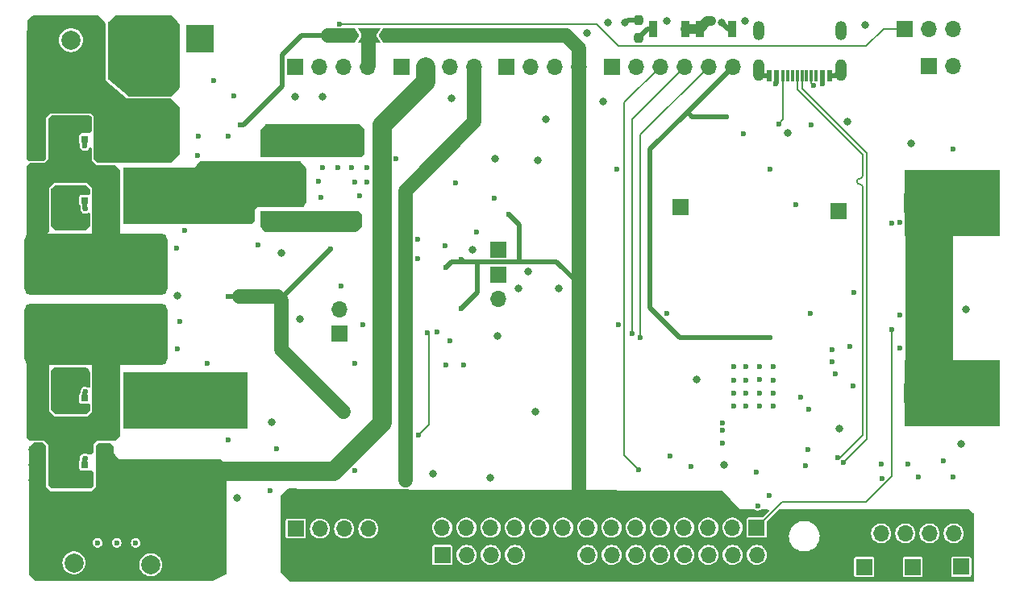
<source format=gbr>
%TF.GenerationSoftware,KiCad,Pcbnew,(6.0.1)*%
%TF.CreationDate,2022-09-27T15:52:50+02:00*%
%TF.ProjectId,WetterStationPCB,57657474-6572-4537-9461-74696f6e5043,rev?*%
%TF.SameCoordinates,Original*%
%TF.FileFunction,Copper,L1,Top*%
%TF.FilePolarity,Positive*%
%FSLAX46Y46*%
G04 Gerber Fmt 4.6, Leading zero omitted, Abs format (unit mm)*
G04 Created by KiCad (PCBNEW (6.0.1)) date 2022-09-27 15:52:50*
%MOMM*%
%LPD*%
G01*
G04 APERTURE LIST*
G04 Aperture macros list*
%AMRoundRect*
0 Rectangle with rounded corners*
0 $1 Rounding radius*
0 $2 $3 $4 $5 $6 $7 $8 $9 X,Y pos of 4 corners*
0 Add a 4 corners polygon primitive as box body*
4,1,4,$2,$3,$4,$5,$6,$7,$8,$9,$2,$3,0*
0 Add four circle primitives for the rounded corners*
1,1,$1+$1,$2,$3*
1,1,$1+$1,$4,$5*
1,1,$1+$1,$6,$7*
1,1,$1+$1,$8,$9*
0 Add four rect primitives between the rounded corners*
20,1,$1+$1,$2,$3,$4,$5,0*
20,1,$1+$1,$4,$5,$6,$7,0*
20,1,$1+$1,$6,$7,$8,$9,0*
20,1,$1+$1,$8,$9,$2,$3,0*%
%AMFreePoly0*
4,1,6,1.000000,0.000000,0.500000,-0.750000,-0.500000,-0.750000,-0.500000,0.750000,0.500000,0.750000,1.000000,0.000000,1.000000,0.000000,$1*%
%AMFreePoly1*
4,1,7,0.700000,0.000000,1.200000,-0.750000,-1.200000,-0.750000,-0.700000,0.000000,-1.200000,0.750000,1.200000,0.750000,0.700000,0.000000,0.700000,0.000000,$1*%
G04 Aperture macros list end*
%TA.AperFunction,ComponentPad*%
%ADD10R,1.700000X1.700000*%
%TD*%
%TA.AperFunction,ComponentPad*%
%ADD11O,1.700000X1.700000*%
%TD*%
%TA.AperFunction,SMDPad,CuDef*%
%ADD12R,0.900000X1.850000*%
%TD*%
%TA.AperFunction,SMDPad,CuDef*%
%ADD13R,0.750000X0.750000*%
%TD*%
%TA.AperFunction,SMDPad,CuDef*%
%ADD14R,1.450000X0.870000*%
%TD*%
%TA.AperFunction,ComponentPad*%
%ADD15R,2.000000X2.000000*%
%TD*%
%TA.AperFunction,ComponentPad*%
%ADD16C,2.000000*%
%TD*%
%TA.AperFunction,ComponentPad*%
%ADD17RoundRect,0.650000X6.850000X2.600000X-6.850000X2.600000X-6.850000X-2.600000X6.850000X-2.600000X0*%
%TD*%
%TA.AperFunction,SMDPad,CuDef*%
%ADD18RoundRect,0.237500X-0.237500X0.250000X-0.237500X-0.250000X0.237500X-0.250000X0.237500X0.250000X0*%
%TD*%
%TA.AperFunction,SMDPad,CuDef*%
%ADD19R,0.600000X1.160000*%
%TD*%
%TA.AperFunction,SMDPad,CuDef*%
%ADD20R,0.300000X1.160000*%
%TD*%
%TA.AperFunction,ComponentPad*%
%ADD21O,1.200000X2.000000*%
%TD*%
%TA.AperFunction,ComponentPad*%
%ADD22O,1.200000X2.300000*%
%TD*%
%TA.AperFunction,ComponentPad*%
%ADD23R,3.000000X3.000000*%
%TD*%
%TA.AperFunction,ComponentPad*%
%ADD24C,3.000000*%
%TD*%
%TA.AperFunction,SMDPad,CuDef*%
%ADD25FreePoly0,0.000000*%
%TD*%
%TA.AperFunction,SMDPad,CuDef*%
%ADD26FreePoly1,0.000000*%
%TD*%
%TA.AperFunction,SMDPad,CuDef*%
%ADD27FreePoly0,180.000000*%
%TD*%
%TA.AperFunction,ComponentPad*%
%ADD28C,4.000000*%
%TD*%
%TA.AperFunction,SMDPad,CuDef*%
%ADD29R,13.000000X6.000000*%
%TD*%
%TA.AperFunction,SMDPad,CuDef*%
%ADD30R,10.000000X7.000000*%
%TD*%
%TA.AperFunction,ComponentPad*%
%ADD31O,5.000000X7.000000*%
%TD*%
%TA.AperFunction,SMDPad,CuDef*%
%ADD32R,0.900000X1.700000*%
%TD*%
%TA.AperFunction,ViaPad*%
%ADD33C,0.600000*%
%TD*%
%TA.AperFunction,ViaPad*%
%ADD34C,0.800000*%
%TD*%
%TA.AperFunction,Conductor*%
%ADD35C,0.500000*%
%TD*%
%TA.AperFunction,Conductor*%
%ADD36C,1.500000*%
%TD*%
%TA.AperFunction,Conductor*%
%ADD37C,1.000000*%
%TD*%
%TA.AperFunction,Conductor*%
%ADD38C,0.200000*%
%TD*%
%TA.AperFunction,Conductor*%
%ADD39C,2.000000*%
%TD*%
%TA.AperFunction,Conductor*%
%ADD40C,5.000000*%
%TD*%
G04 APERTURE END LIST*
D10*
%TO.P,J1,1,Pin_1*%
%TO.N,IO9*%
X50175000Y-137750000D03*
D11*
%TO.P,J1,2,Pin_2*%
%TO.N,IO8*%
X50175000Y-135210000D03*
%TD*%
D12*
%TO.P,Q13,1,D*%
%TO.N,VCC*%
X18800000Y-150325000D03*
X25200000Y-152675000D03*
X25200000Y-150325000D03*
X18800000Y-152675000D03*
D13*
%TO.P,Q13,2,G*%
%TO.N,Net-(Q13-Pad2)*%
X23450000Y-151500000D03*
D14*
%TO.P,Q13,3,S*%
%TO.N,Phase_Boost*%
X21700000Y-152110000D03*
X21700000Y-150890000D03*
%TD*%
D12*
%TO.P,Q9,1,D*%
%TO.N,/BuckBoost/+Vin*%
X25200000Y-116125000D03*
X25200000Y-118475000D03*
X18800000Y-116125000D03*
X18800000Y-118475000D03*
D13*
%TO.P,Q9,2,G*%
%TO.N,Net-(Q9-Pad2)*%
X23450000Y-117300000D03*
D14*
%TO.P,Q9,3,S*%
%TO.N,Phase_Buck*%
X21700000Y-117910000D03*
X21700000Y-116690000D03*
%TD*%
D15*
%TO.P,C33,1*%
%TO.N,VCC*%
X22300000Y-156800000D03*
D16*
%TO.P,C33,2*%
%TO.N,GND*%
X22300000Y-161800000D03*
%TD*%
D10*
%TO.P,J16,1,Pin_1*%
%TO.N,Net-(D1-Pad2)*%
X112064729Y-109628803D03*
D11*
%TO.P,J16,2,Pin_2*%
%TO.N,+5V*%
X114604729Y-109628803D03*
%TD*%
D10*
%TO.P,J13,1,Pin_1*%
%TO.N,IO6*%
X105289398Y-162238140D03*
D11*
%TO.P,J13,2,Pin_2*%
%TO.N,+3V3*%
X102749398Y-162238140D03*
%TD*%
D10*
%TO.P,J2,1,Pin_1*%
%TO.N,+5V*%
X61000000Y-160975000D03*
D11*
%TO.P,J2,2,Pin_2*%
X63540000Y-160975000D03*
%TO.P,J2,3,Pin_3*%
%TO.N,GND*%
X66080000Y-160975000D03*
%TO.P,J2,4,Pin_4*%
X68620000Y-160975000D03*
%TO.P,J2,5,Pin_5*%
%TO.N,+3V3*%
X71160000Y-160975000D03*
%TO.P,J2,6,Pin_6*%
X73700000Y-160975000D03*
%TO.P,J2,7,Pin_7*%
%TO.N,GND*%
X76240000Y-160975000D03*
%TO.P,J2,8,Pin_8*%
X78780000Y-160975000D03*
%TO.P,J2,9,Pin_9*%
%TO.N,IO15*%
X81320000Y-160975000D03*
%TO.P,J2,10,Pin_10*%
%TO.N,IO16*%
X83860000Y-160975000D03*
%TO.P,J2,11,Pin_11*%
%TO.N,IO11*%
X86400000Y-160975000D03*
%TO.P,J2,12,Pin_12*%
%TO.N,IO46*%
X88940000Y-160975000D03*
%TO.P,J2,13,Pin_13*%
%TO.N,IO3*%
X91480000Y-160975000D03*
%TO.P,J2,14,Pin_14*%
%TO.N,GND*%
X94020000Y-160975000D03*
%TD*%
D10*
%TO.P,J6,1,Pin_1*%
%TO.N,IO17*%
X66900000Y-131500000D03*
D11*
%TO.P,J6,2,Pin_2*%
%TO.N,IO18*%
X66900000Y-134040000D03*
%TD*%
D10*
%TO.P,J4,1,Pin_1*%
%TO.N,+3V3*%
X78780000Y-109675000D03*
D11*
%TO.P,J4,2,Pin_2*%
%TO.N,GND*%
X81320000Y-109675000D03*
%TO.P,J4,3,Pin_3*%
%TO.N,IO0*%
X83860000Y-109675000D03*
%TO.P,J4,4,Pin_4*%
%TO.N,RXD0*%
X86400000Y-109675000D03*
%TO.P,J4,5,Pin_5*%
%TO.N,TXD0*%
X88940000Y-109675000D03*
%TO.P,J4,6,Pin_6*%
%TO.N,EN*%
X91480000Y-109675000D03*
%TD*%
D10*
%TO.P,U7,1,EN*%
%TO.N,Net-(U7-Pad1)*%
X67705000Y-109700000D03*
D11*
%TO.P,U7,2,Vin*%
%TO.N,Net-(JP3-Pad2)*%
X70245000Y-109700000D03*
%TO.P,U7,3,GND*%
%TO.N,GND*%
X72785000Y-109700000D03*
%TO.P,U7,4,Vout*%
%TO.N,+3V3*%
X75325000Y-109700000D03*
%TD*%
D10*
%TO.P,U4,1,EN*%
%TO.N,Net-(U4-Pad1)*%
X45505000Y-109700000D03*
D11*
%TO.P,U4,2,Vin*%
%TO.N,+VSW*%
X48045000Y-109700000D03*
%TO.P,U4,3,GND*%
%TO.N,GND*%
X50585000Y-109700000D03*
%TO.P,U4,4,Vout*%
%TO.N,Net-(JP2-Pad2)*%
X53125000Y-109700000D03*
%TD*%
D10*
%TO.P,J15,1,Pin_1*%
%TO.N,IO4*%
X115475000Y-162200000D03*
D11*
%TO.P,J15,2,Pin_2*%
%TO.N,+3V3*%
X112935000Y-162200000D03*
%TD*%
D10*
%TO.P,U5,1,EN*%
%TO.N,Net-(U5-Pad1)*%
X56705000Y-109700000D03*
D11*
%TO.P,U5,2,Vin*%
%TO.N,VCC*%
X59245000Y-109700000D03*
%TO.P,U5,3,GND*%
%TO.N,GND*%
X61785000Y-109700000D03*
%TO.P,U5,4,Vout*%
%TO.N,+5V*%
X64325000Y-109700000D03*
%TD*%
D15*
%TO.P,C21,1*%
%TO.N,/BuckBoost/+Vin*%
X22000000Y-111867677D03*
D16*
%TO.P,C21,2*%
%TO.N,GND*%
X22000000Y-106867677D03*
%TD*%
D15*
%TO.P,C28,1*%
%TO.N,VCC*%
X35367677Y-162000000D03*
D16*
%TO.P,C28,2*%
%TO.N,GND*%
X30367677Y-162000000D03*
%TD*%
D12*
%TO.P,Q10,1,D*%
%TO.N,Phase_Buck*%
X25200000Y-124875000D03*
X18800000Y-122525000D03*
X25200000Y-122525000D03*
X18800000Y-124875000D03*
D13*
%TO.P,Q10,2,G*%
%TO.N,Net-(Q10-Pad2)*%
X23450000Y-123700000D03*
D14*
%TO.P,Q10,3,S*%
%TO.N,GND*%
X21700000Y-123090000D03*
X21700000Y-124310000D03*
%TD*%
D10*
%TO.P,J8,1,Pin_1*%
%TO.N,Net-(U4-Pad1)*%
X109575000Y-105675000D03*
D11*
%TO.P,J8,2,Pin_2*%
%TO.N,Net-(U5-Pad1)*%
X112115000Y-105675000D03*
%TO.P,J8,3,Pin_3*%
%TO.N,Net-(U7-Pad1)*%
X114655000Y-105675000D03*
%TD*%
D10*
%TO.P,J14,1,Pin_1*%
%TO.N,IO5*%
X110383635Y-162239472D03*
D11*
%TO.P,J14,2,Pin_2*%
%TO.N,+3V3*%
X107843635Y-162239472D03*
%TD*%
D12*
%TO.P,Q14,1,D*%
%TO.N,Phase_Boost*%
X25200000Y-145675000D03*
X18800000Y-143325000D03*
X18800000Y-145675000D03*
X25200000Y-143325000D03*
D13*
%TO.P,Q14,2,G*%
%TO.N,Net-(Q14-Pad2)*%
X23450000Y-144500000D03*
D14*
%TO.P,Q14,3,S*%
%TO.N,GND*%
X21700000Y-143890000D03*
X21700000Y-145110000D03*
%TD*%
D17*
%TO.P,L1,1,1*%
%TO.N,Phase_Buck*%
X24605000Y-130395000D03*
%TO.P,L1,2,2*%
%TO.N,Phase_Boost*%
X24605000Y-137795000D03*
%TD*%
D10*
%TO.P,J7,1,Pin_1*%
%TO.N,IO1*%
X66887500Y-128900000D03*
%TD*%
D18*
%TO.P,R2,1*%
%TO.N,IO0*%
X81600000Y-104787500D03*
%TO.P,R2,2*%
%TO.N,Net-(R2-Pad2)*%
X81600000Y-106612500D03*
%TD*%
D19*
%TO.P,P1,A1,GND*%
%TO.N,GND*%
X101700000Y-110585000D03*
%TO.P,P1,A4,VBUS*%
%TO.N,+5V*%
X100900000Y-110585000D03*
D20*
%TO.P,P1,A5,CC*%
%TO.N,Net-(P1-PadA5)*%
X99750000Y-110585000D03*
%TO.P,P1,A6,D+*%
%TO.N,D+*%
X98750000Y-110585000D03*
%TO.P,P1,A7,D-*%
%TO.N,D-*%
X98250000Y-110585000D03*
%TO.P,P1,A8*%
%TO.N,N/C*%
X97250000Y-110585000D03*
D19*
%TO.P,P1,A9,VBUS*%
%TO.N,+5V*%
X96100000Y-110585000D03*
%TO.P,P1,A12,GND*%
%TO.N,GND*%
X95300000Y-110585000D03*
%TO.P,P1,B1,GND*%
X95300000Y-110585000D03*
%TO.P,P1,B4,VBUS*%
%TO.N,+5V*%
X96100000Y-110585000D03*
D20*
%TO.P,P1,B5,VCONN*%
%TO.N,Net-(P1-PadB5)*%
X96750000Y-110585000D03*
%TO.P,P1,B6*%
%TO.N,N/C*%
X97750000Y-110585000D03*
%TO.P,P1,B7*%
X99250000Y-110585000D03*
%TO.P,P1,B8*%
X100250000Y-110585000D03*
D19*
%TO.P,P1,B9,VBUS*%
%TO.N,+5V*%
X100900000Y-110585000D03*
%TO.P,P1,B12,GND*%
%TO.N,GND*%
X101700000Y-110585000D03*
D21*
%TO.P,P1,S1,SHIELD*%
X94180000Y-105835000D03*
D22*
X102820000Y-110005000D03*
D21*
X102820000Y-105835000D03*
D22*
X94180000Y-110005000D03*
%TD*%
D23*
%TO.P,J17,1,Pin_1*%
%TO.N,GND*%
X35540000Y-106700000D03*
D24*
%TO.P,J17,2,Pin_2*%
%TO.N,+VSW*%
X30460000Y-106700000D03*
%TD*%
D25*
%TO.P,JP2,1,A*%
%TO.N,+5V*%
X51300000Y-106400000D03*
D26*
%TO.P,JP2,2,C*%
%TO.N,Net-(JP2-Pad2)*%
X53300000Y-106400000D03*
D27*
%TO.P,JP2,3,B*%
%TO.N,+3V3*%
X55300000Y-106400000D03*
%TD*%
D28*
%TO.P,BT1,1,+*%
%TO.N,Net-(BT1-Pad1)*%
X35000000Y-144750000D03*
X38000000Y-144000000D03*
D29*
X34000000Y-144750000D03*
%TO.P,BT1,2,-*%
%TO.N,Net-(BT1-Pad2)*%
X34000000Y-123250000D03*
D28*
X35000000Y-123250000D03*
X38000000Y-124000000D03*
D30*
%TO.P,BT1,3,Vsense*%
%TO.N,Net-(BT1-Pad3)*%
X114500000Y-144000000D03*
X114500000Y-124000000D03*
D31*
X112000000Y-124000000D03*
X112000000Y-144000000D03*
%TD*%
D32*
%TO.P,SW1,1*%
%TO.N,GND*%
X88000000Y-105700000D03*
%TO.P,SW1,2*%
%TO.N,EN*%
X91400000Y-105700000D03*
%TD*%
%TO.P,SW2,1*%
%TO.N,GND*%
X86500000Y-105700000D03*
%TO.P,SW2,2*%
%TO.N,Net-(R2-Pad2)*%
X83100000Y-105700000D03*
%TD*%
D10*
%TO.P,U1,1,EN*%
%TO.N,unconnected-(U1-Pad1)*%
X45600000Y-158200000D03*
D11*
%TO.P,U1,2,Vin*%
%TO.N,Net-(JP1-Pad2)*%
X48140000Y-158200000D03*
%TO.P,U1,3,GND*%
%TO.N,GND*%
X50680000Y-158200000D03*
%TO.P,U1,4,Vout*%
%TO.N,+12V*%
X53220000Y-158200000D03*
%TD*%
D10*
%TO.P,J3,1,Pin_1*%
%TO.N,+3V3*%
X104525000Y-158700000D03*
D11*
%TO.P,J3,2,Pin_2*%
%TO.N,IO10*%
X107065000Y-158700000D03*
%TO.P,J3,3,Pin_3*%
%TO.N,IO38*%
X109605000Y-158700000D03*
%TO.P,J3,4,Pin_4*%
%TO.N,IO2*%
X112145000Y-158700000D03*
%TO.P,J3,5,Pin_5*%
%TO.N,IO7*%
X114685000Y-158700000D03*
%TD*%
D10*
%TO.P,J5,1,Pin_1*%
%TO.N,IO12*%
X94000000Y-158100000D03*
D11*
%TO.P,J5,2,Pin_2*%
%TO.N,IO13*%
X91460000Y-158100000D03*
%TO.P,J5,3,Pin_3*%
%TO.N,IO14*%
X88920000Y-158100000D03*
%TO.P,J5,4,Pin_4*%
%TO.N,IO21*%
X86380000Y-158100000D03*
%TO.P,J5,5,Pin_5*%
%TO.N,IO47*%
X83840000Y-158100000D03*
%TO.P,J5,6,Pin_6*%
%TO.N,IO48*%
X81300000Y-158100000D03*
%TO.P,J5,7,Pin_7*%
%TO.N,IO45*%
X78760000Y-158100000D03*
%TO.P,J5,8,Pin_8*%
%TO.N,IO35*%
X76220000Y-158100000D03*
%TO.P,J5,9,Pin_9*%
%TO.N,IO36*%
X73680000Y-158100000D03*
%TO.P,J5,10,Pin_10*%
%TO.N,IO37*%
X71140000Y-158100000D03*
%TO.P,J5,11,Pin_11*%
%TO.N,IO39*%
X68600000Y-158100000D03*
%TO.P,J5,12,Pin_12*%
%TO.N,IO40*%
X66060000Y-158100000D03*
%TO.P,J5,13,Pin_13*%
%TO.N,IO41*%
X63520000Y-158100000D03*
%TO.P,J5,14,Pin_14*%
%TO.N,IO42*%
X60980000Y-158100000D03*
%TD*%
D10*
%TO.P,J10,1,Pin_1*%
%TO.N,Net-(IC2-Pad6)*%
X86000000Y-124398209D03*
%TD*%
%TO.P,J11,1,Pin_1*%
%TO.N,Net-(IC3-Pad6)*%
X102600000Y-124800000D03*
%TD*%
D33*
%TO.N,Phase_Buck*%
X21800000Y-120400000D03*
%TO.N,Phase_Boost*%
X22000000Y-147900000D03*
%TO.N,IO16*%
X99500000Y-145700000D03*
%TO.N,IO9*%
X87100000Y-151700000D03*
%TO.N,IO15*%
X98649500Y-144400000D03*
%TO.N,IO8*%
X90400000Y-149200000D03*
%TO.N,IO2*%
X99400000Y-149900000D03*
%TO.N,IO7*%
X104100000Y-143200000D03*
%TO.N,IO38*%
X99100000Y-151600000D03*
%TO.N,IO10*%
X95300000Y-154700000D03*
%TO.N,+3V3*%
X45000000Y-156200000D03*
X46400000Y-156200000D03*
X52622881Y-136777119D03*
X63000000Y-129900000D03*
X68000000Y-125200000D03*
X63000000Y-135100000D03*
X45000000Y-154800000D03*
X61363372Y-130763372D03*
%TO.N,GND*%
X92600000Y-116700000D03*
D34*
X45500000Y-112800000D03*
X87700000Y-142500000D03*
D33*
X38500000Y-148900000D03*
D34*
X46000000Y-136200000D03*
X64200000Y-128900000D03*
D33*
X91600000Y-142600000D03*
D34*
X77900000Y-113300000D03*
D33*
X95700000Y-141200000D03*
X109050500Y-139200000D03*
X51500000Y-120300000D03*
D34*
X89200000Y-104900000D03*
X73200000Y-133000000D03*
D33*
X91600000Y-141200000D03*
D34*
X89200000Y-104900000D03*
X102700000Y-147700000D03*
D33*
X91600000Y-144000000D03*
X104200000Y-133400000D03*
X41600000Y-128400000D03*
X61400000Y-141000000D03*
D34*
X48400000Y-112800000D03*
D33*
X20400000Y-122900000D03*
X91600000Y-145300000D03*
X21800000Y-125400000D03*
X92900000Y-144000000D03*
X28800000Y-159700000D03*
D34*
X44100000Y-129200000D03*
X66800000Y-138000000D03*
D33*
X94300000Y-144000000D03*
X23139167Y-125977452D03*
X21200000Y-142900000D03*
X39100000Y-112700000D03*
X94300000Y-141200000D03*
X20400000Y-145100000D03*
X114589753Y-118316622D03*
D34*
X70800000Y-145900000D03*
X69000000Y-133000000D03*
D33*
X92900000Y-145300000D03*
X20400000Y-141900000D03*
X21900000Y-141900000D03*
X22600000Y-142900000D03*
X50000000Y-120300000D03*
D34*
X103500000Y-115400000D03*
D33*
X42900000Y-154200000D03*
X21600000Y-122400000D03*
X21700000Y-145900000D03*
X22000000Y-126400000D03*
X60400000Y-137500000D03*
X53100000Y-120300000D03*
X50400000Y-132700000D03*
D34*
X110200000Y-117700000D03*
D33*
X48200000Y-123400000D03*
X95700000Y-145300000D03*
X48000000Y-121700000D03*
X24800000Y-159700000D03*
X26800000Y-159700000D03*
X35400000Y-117000000D03*
D34*
X92800000Y-104900000D03*
D33*
X94300000Y-145300000D03*
X99600000Y-135600480D03*
X51800000Y-121800000D03*
X20400000Y-125300000D03*
D34*
X43100000Y-147000000D03*
D33*
X53100000Y-121800000D03*
X98100000Y-124200000D03*
D34*
X71900000Y-115200000D03*
D33*
X20600000Y-126400000D03*
X20400000Y-143600000D03*
X43600000Y-149800000D03*
D34*
X84600000Y-104900000D03*
D33*
X51775500Y-140800000D03*
X94300000Y-142500000D03*
X62400000Y-121900000D03*
X61800000Y-138500000D03*
X38500000Y-117000000D03*
X23300000Y-122600000D03*
D34*
X71000000Y-119500000D03*
D33*
X95700000Y-144000000D03*
D34*
X70000000Y-131200000D03*
X66500000Y-119300000D03*
D33*
X107138175Y-152916063D03*
X95700000Y-142600000D03*
X48400000Y-120300000D03*
X92900000Y-141200000D03*
D34*
X78400000Y-105000000D03*
X62000000Y-113000000D03*
D33*
X63200000Y-141000000D03*
D34*
X116000000Y-135200000D03*
X39400000Y-155000000D03*
D33*
X35300000Y-119000000D03*
X92900000Y-142600000D03*
X36300000Y-140800000D03*
X58399500Y-129800000D03*
X23200000Y-141900000D03*
X66487020Y-123500000D03*
X61300000Y-128500000D03*
X52300000Y-123200000D03*
X109000000Y-135800000D03*
X51800000Y-152100000D03*
X103800000Y-139100000D03*
D34*
X66000000Y-152900000D03*
D33*
X37000000Y-111100000D03*
D34*
X105400000Y-105300000D03*
X76200000Y-106100000D03*
X60000000Y-152400000D03*
D33*
X56149011Y-119300000D03*
X84600000Y-135600000D03*
X20400000Y-124200000D03*
X111000000Y-152800000D03*
D34*
X90600000Y-151500000D03*
X97300000Y-116656250D03*
X115500000Y-149300000D03*
D33*
X114600000Y-152800000D03*
D34*
X33200000Y-133700000D03*
D33*
X23300000Y-145600000D03*
D34*
%TO.N,EN*%
X90300000Y-105000000D03*
D33*
X95400000Y-138100000D03*
X90800000Y-114900000D03*
D34*
%TO.N,IO0*%
X80200000Y-105050500D03*
D33*
X81600000Y-152000000D03*
%TO.N,RXD0*%
X80900000Y-137700000D03*
%TO.N,TXD0*%
X81800000Y-138100000D03*
%TO.N,IO17*%
X90400000Y-147100000D03*
%TO.N,IO18*%
X90400000Y-147900000D03*
%TO.N,IO1*%
X79500000Y-136800000D03*
D34*
%TO.N,+5V*%
X57100000Y-151300000D03*
D33*
X49000000Y-106400000D03*
X100900000Y-111500000D03*
X95993222Y-111473024D03*
D34*
X57100000Y-152200000D03*
X57100000Y-153100000D03*
D33*
X39800000Y-115800000D03*
X49700000Y-106400000D03*
%TO.N,/BuckBoost/+Vin*%
X28700000Y-113800000D03*
X32500000Y-113600000D03*
X18100000Y-119000000D03*
X30600000Y-116000000D03*
X26200000Y-116500000D03*
X18100000Y-115000000D03*
X28700000Y-115300000D03*
X26200000Y-115000000D03*
X32500000Y-115300000D03*
X18100000Y-117300000D03*
X26200000Y-119300000D03*
%TO.N,VCC*%
X32900000Y-151400000D03*
D34*
X17900000Y-153100000D03*
D33*
X36800000Y-152800000D03*
D34*
X17900000Y-151500000D03*
X17900000Y-149900000D03*
D33*
X36800000Y-154200000D03*
D34*
X17900000Y-149900000D03*
X17900000Y-151500000D03*
X26200000Y-151900000D03*
X26200000Y-153300000D03*
D33*
X36800000Y-151400000D03*
D34*
X26300000Y-150700000D03*
D33*
X32900000Y-152700000D03*
%TO.N,+VSW*%
X28700000Y-112400000D03*
X32300000Y-111000000D03*
X32300000Y-112400000D03*
X28700000Y-111000000D03*
%TO.N,IO35*%
X108200000Y-126100000D03*
X84900000Y-150600000D03*
%TO.N,IO12*%
X108200000Y-137300000D03*
%TO.N,IO11*%
X109000000Y-126000000D03*
X94000000Y-152300000D03*
X94100000Y-155800000D03*
%TO.N,IO6*%
X107100000Y-151400000D03*
X102300000Y-141900000D03*
%TO.N,IO5*%
X101900000Y-140700000D03*
X109900000Y-151400000D03*
%TO.N,IO4*%
X101900000Y-139400000D03*
X113600000Y-151100000D03*
%TO.N,+12V*%
X38500000Y-133800000D03*
X50600000Y-145900000D03*
X49300000Y-128800000D03*
X39700000Y-133800000D03*
%TO.N,Net-(C10-Pad2)*%
X58399500Y-127800000D03*
X64600000Y-127000000D03*
%TO.N,Net-(Q9-Pad2)*%
X23450156Y-118000000D03*
X33924499Y-126849502D03*
%TO.N,Net-(Q10-Pad2)*%
X23500000Y-124600000D03*
X33100000Y-128699500D03*
%TO.N,Net-(Q13-Pad2)*%
X33200000Y-139349500D03*
X23500000Y-150800000D03*
%TO.N,Net-(Q14-Pad2)*%
X33400000Y-136400000D03*
X23500000Y-143800000D03*
%TO.N,Net-(BT1-Pad3)*%
X79300000Y-120400000D03*
X95400000Y-120400000D03*
%TO.N,Net-(C7-Pad1)*%
X59400000Y-137600000D03*
X58500000Y-148400000D03*
%TO.N,Net-(BT1-Pad2)*%
X45800000Y-120400000D03*
X42600000Y-123600000D03*
X44000000Y-120100000D03*
X45800000Y-122100000D03*
X45800000Y-123400000D03*
%TO.N,Net-(Q2-Pad1)*%
X45500000Y-117000000D03*
X48500000Y-117000000D03*
X43000000Y-117000000D03*
X51000000Y-117000000D03*
X50000000Y-126500000D03*
X44000000Y-126500000D03*
%TO.N,D-*%
X102517157Y-150717157D03*
%TO.N,D+*%
X103082843Y-151282843D03*
%TO.N,Phase_Buck*%
X18100000Y-121500000D03*
X26000000Y-123700000D03*
X21700000Y-115500000D03*
X23500000Y-119249500D03*
X20200000Y-118700000D03*
X20200000Y-115500000D03*
X26000000Y-126200000D03*
X23200000Y-115500000D03*
X18100000Y-126000000D03*
X20200000Y-117200000D03*
X26000000Y-121200000D03*
X18100000Y-123700000D03*
%TO.N,Phase_Boost*%
X18000000Y-142200000D03*
X20200000Y-151800000D03*
X23600000Y-153300000D03*
X26000000Y-146700000D03*
X20200000Y-153300000D03*
X26000000Y-144500000D03*
X23500000Y-149550500D03*
X18000000Y-144500000D03*
X18000000Y-146700000D03*
X21900000Y-153300000D03*
X26000000Y-142100000D03*
X20200000Y-150200000D03*
%TO.N,Net-(U4-Pad1)*%
X50200000Y-105200000D03*
%TO.N,Net-(P1-PadB5)*%
X96300000Y-115656250D03*
%TO.N,Net-(P1-PadA5)*%
X99724500Y-115756250D03*
X99983118Y-111650500D03*
%TD*%
D35*
%TO.N,+3V3*%
X69099511Y-126299511D02*
X69099511Y-130200489D01*
X61926255Y-130200489D02*
X61363372Y-130763372D01*
X64699511Y-130200489D02*
X69099511Y-130200489D01*
D36*
X75300000Y-132500000D02*
X75300000Y-155700000D01*
D35*
X63300489Y-130200489D02*
X61926255Y-130200489D01*
X69099511Y-130200489D02*
X73000489Y-130200489D01*
D36*
X55205000Y-106400000D02*
X74005000Y-106400000D01*
X75300000Y-111100000D02*
X75300000Y-132500000D01*
D35*
X64699511Y-133400489D02*
X63000000Y-135100000D01*
X73000489Y-130200489D02*
X75300000Y-132500000D01*
D37*
X112935000Y-161135000D02*
X112935000Y-162200000D01*
X107843635Y-162239472D02*
X107843635Y-162018635D01*
D35*
X63000000Y-129900000D02*
X63300489Y-130200489D01*
X64699511Y-130200489D02*
X64699511Y-133400489D01*
D36*
X74005000Y-106400000D02*
X75325000Y-107720000D01*
X75325000Y-111075000D02*
X75300000Y-111100000D01*
D35*
X63300489Y-130200489D02*
X64699511Y-130200489D01*
D36*
X75325000Y-107720000D02*
X75325000Y-109700000D01*
D35*
X68000000Y-125200000D02*
X69099511Y-126299511D01*
D36*
X75325000Y-109700000D02*
X75325000Y-111075000D01*
D35*
%TO.N,GND*%
X101700000Y-110585000D02*
X102240000Y-110585000D01*
D37*
X88800000Y-104900000D02*
X88000000Y-105700000D01*
X86500000Y-105700000D02*
X88000000Y-105700000D01*
D35*
X94760000Y-110585000D02*
X94180000Y-110005000D01*
X102240000Y-110585000D02*
X102820000Y-110005000D01*
X95300000Y-110585000D02*
X94760000Y-110585000D01*
D37*
X89200000Y-104900000D02*
X88800000Y-104900000D01*
D35*
%TO.N,EN*%
X86727500Y-114427500D02*
X91480000Y-109675000D01*
X90800000Y-114900000D02*
X87200000Y-114900000D01*
X85898609Y-138100000D02*
X82800000Y-135001391D01*
X82800000Y-118355000D02*
X86727500Y-114427500D01*
X95400000Y-138100000D02*
X85898609Y-138100000D01*
X87200000Y-114900000D02*
X86727500Y-114427500D01*
X91400000Y-105700000D02*
X91000000Y-105700000D01*
X82800000Y-135001391D02*
X82800000Y-118355000D01*
X91000000Y-105700000D02*
X90300000Y-105000000D01*
D38*
%TO.N,IO0*%
X80100000Y-113435000D02*
X83860000Y-109675000D01*
D35*
X80350500Y-105050500D02*
X80200000Y-105050500D01*
D38*
X80100000Y-150500000D02*
X80100000Y-113435000D01*
D35*
X80463000Y-104787500D02*
X80200000Y-105050500D01*
X81600000Y-104787500D02*
X80463000Y-104787500D01*
D38*
X81600000Y-152000000D02*
X80100000Y-150500000D01*
%TO.N,RXD0*%
X80900000Y-115175000D02*
X86400000Y-109675000D01*
X80900000Y-137700000D02*
X80900000Y-115175000D01*
%TO.N,TXD0*%
X81800000Y-116815000D02*
X88940000Y-109675000D01*
X81800000Y-138100000D02*
X81800000Y-116815000D01*
D35*
%TO.N,+5V*%
X44205489Y-108400489D02*
X46205978Y-106400000D01*
X39800000Y-115800000D02*
X40100000Y-115800000D01*
X44205489Y-111694511D02*
X44205489Y-108400489D01*
X46205978Y-106400000D02*
X49000000Y-106400000D01*
D36*
X57100000Y-152200000D02*
X57100000Y-151300000D01*
X49000000Y-106400000D02*
X51300000Y-106400000D01*
D35*
X96100000Y-111366246D02*
X95993222Y-111473024D01*
X100900000Y-110585000D02*
X100900000Y-111500000D01*
X40100000Y-115800000D02*
X44205489Y-111694511D01*
X96100000Y-110585000D02*
X96100000Y-111366246D01*
D36*
X57100000Y-153100000D02*
X57100000Y-152200000D01*
X64325000Y-115475000D02*
X64325000Y-109700000D01*
X57100000Y-122700000D02*
X64325000Y-115475000D01*
X57100000Y-151300000D02*
X57100000Y-122700000D01*
D39*
%TO.N,VCC*%
X54699511Y-115804511D02*
X59245000Y-111259022D01*
X36800000Y-152800000D02*
X37400000Y-152200000D01*
X37400000Y-152200000D02*
X49600000Y-152200000D01*
X49600000Y-152200000D02*
X54699511Y-147100489D01*
X54699511Y-147100489D02*
X54699511Y-115804511D01*
X59245000Y-111259022D02*
X59245000Y-109700000D01*
D38*
%TO.N,IO12*%
X105502076Y-155400000D02*
X96700000Y-155400000D01*
X108200000Y-137300000D02*
X108200000Y-152702076D01*
X96700000Y-155400000D02*
X94000000Y-158100000D01*
X108200000Y-152702076D02*
X105502076Y-155400000D01*
D36*
%TO.N,+12V*%
X40500000Y-133800000D02*
X39700000Y-133800000D01*
X44100000Y-134200000D02*
X43700000Y-133800000D01*
X43700000Y-133800000D02*
X40500000Y-133800000D01*
D35*
X39700000Y-133800000D02*
X38500000Y-133800000D01*
D36*
X50600000Y-145900000D02*
X44100000Y-139400000D01*
D35*
X44100000Y-134000000D02*
X44100000Y-134200000D01*
D36*
X44100000Y-139400000D02*
X44100000Y-134200000D01*
D35*
X49300000Y-128800000D02*
X44100000Y-134000000D01*
%TO.N,Net-(Q9-Pad2)*%
X23450156Y-117300156D02*
X23450000Y-117300000D01*
X23450156Y-118000000D02*
X23450156Y-117300156D01*
%TO.N,Net-(Q10-Pad2)*%
X23450000Y-124550000D02*
X23450000Y-124000000D01*
X23500000Y-124600000D02*
X23450000Y-124550000D01*
%TO.N,Net-(Q13-Pad2)*%
X23500000Y-150800000D02*
X23450000Y-150850000D01*
X23450000Y-150850000D02*
X23450000Y-151500000D01*
%TO.N,Net-(Q14-Pad2)*%
X23450000Y-143850000D02*
X23450000Y-144500000D01*
X23500000Y-143800000D02*
X23450000Y-143850000D01*
D36*
%TO.N,Net-(JP2-Pad2)*%
X53205000Y-106400000D02*
X53205000Y-109620000D01*
X53205000Y-109620000D02*
X53125000Y-109700000D01*
D40*
%TO.N,Net-(BT1-Pad3)*%
X112050011Y-143949989D02*
X112000000Y-144000000D01*
X112050011Y-124050011D02*
X112050011Y-143949989D01*
X112000000Y-124000000D02*
X112050011Y-124050011D01*
D38*
%TO.N,Net-(C7-Pad1)*%
X59600000Y-137800000D02*
X59400000Y-137600000D01*
X58500000Y-148400000D02*
X59600000Y-147300000D01*
X59600000Y-147300000D02*
X59600000Y-137800000D01*
%TO.N,D-*%
X98250000Y-112015006D02*
X105125480Y-118890486D01*
X105125480Y-122324532D02*
X105125480Y-122325480D01*
X104526428Y-121724532D02*
X104526428Y-121725480D01*
X105125480Y-148356321D02*
X102764644Y-150717157D01*
X98250000Y-110585000D02*
X98250000Y-112015006D01*
X102764644Y-150717157D02*
X102517157Y-150717157D01*
X105125480Y-118890486D02*
X105125480Y-121125480D01*
X105125480Y-122325480D02*
X105125480Y-148356321D01*
X104526428Y-121724532D02*
G75*
G02*
X104825954Y-121425006I299526J0D01*
G01*
X104825954Y-122025006D02*
G75*
G02*
X104526428Y-121725480I0J299526D01*
G01*
X105125480Y-122324532D02*
G75*
G03*
X104825954Y-122025006I-299526J0D01*
G01*
X104825954Y-121425006D02*
G75*
G03*
X105125480Y-121125480I0J299526D01*
G01*
%TO.N,D+*%
X105525000Y-118725000D02*
X105525000Y-148840686D01*
X98750000Y-110585000D02*
X98750000Y-111950000D01*
X105525000Y-148840686D02*
X103082843Y-151282843D01*
X98750000Y-111950000D02*
X105525000Y-118725000D01*
%TO.N,Net-(U4-Pad1)*%
X79500000Y-107500000D02*
X77200000Y-105200000D01*
X77200000Y-105200000D02*
X50200000Y-105200000D01*
X107325000Y-105675000D02*
X105500000Y-107500000D01*
X105500000Y-107500000D02*
X79500000Y-107500000D01*
X109575000Y-105675000D02*
X107325000Y-105675000D01*
D35*
%TO.N,Net-(R2-Pad2)*%
X82512500Y-105700000D02*
X81600000Y-106612500D01*
X83100000Y-105700000D02*
X82512500Y-105700000D01*
D38*
%TO.N,Net-(P1-PadB5)*%
X96750000Y-115206250D02*
X96750000Y-110585000D01*
X96300000Y-115656250D02*
X96750000Y-115206250D01*
%TO.N,Net-(P1-PadA5)*%
X99750000Y-110585000D02*
X99750000Y-111417382D01*
X99750000Y-111417382D02*
X99983118Y-111650500D01*
%TD*%
%TA.AperFunction,Conductor*%
%TO.N,Net-(BT1-Pad2)*%
G36*
X46110169Y-119620002D02*
G01*
X46137714Y-119644000D01*
X46669666Y-120264610D01*
X46698812Y-120329349D01*
X46700000Y-120346610D01*
X46700000Y-123958000D01*
X46679998Y-124026121D01*
X46674800Y-124033600D01*
X46437800Y-124349600D01*
X46380926Y-124392095D01*
X46337000Y-124400000D01*
X41600000Y-124400000D01*
X41300000Y-124700000D01*
X41300000Y-125747810D01*
X41279998Y-125815931D01*
X41263095Y-125836905D01*
X40936905Y-126163095D01*
X40874593Y-126197121D01*
X40847810Y-126200000D01*
X35126000Y-126200000D01*
X35057879Y-126179998D01*
X35011386Y-126126342D01*
X35000000Y-126074000D01*
X35000000Y-120340378D01*
X35023470Y-120267142D01*
X35462311Y-119652764D01*
X35518181Y-119608958D01*
X35564841Y-119600000D01*
X46042048Y-119600000D01*
X46110169Y-119620002D01*
G37*
%TD.AperFunction*%
%TD*%
%TA.AperFunction,Conductor*%
%TO.N,+VSW*%
G36*
X32557005Y-104270002D02*
G01*
X32582539Y-104291710D01*
X33186786Y-104963095D01*
X33367655Y-105164061D01*
X33398358Y-105228076D01*
X33400000Y-105248351D01*
X33400000Y-111847810D01*
X33379998Y-111915931D01*
X33363095Y-111936905D01*
X32536905Y-112763095D01*
X32474593Y-112797121D01*
X32447810Y-112800000D01*
X28046610Y-112800000D01*
X27978489Y-112779998D01*
X27964610Y-112769666D01*
X25944000Y-111037714D01*
X25905296Y-110978195D01*
X25900000Y-110942048D01*
X25900000Y-105052190D01*
X25920002Y-104984069D01*
X25936905Y-104963095D01*
X26613095Y-104286905D01*
X26675407Y-104252879D01*
X26702190Y-104250000D01*
X32488884Y-104250000D01*
X32557005Y-104270002D01*
G37*
%TD.AperFunction*%
%TD*%
%TA.AperFunction,Conductor*%
%TO.N,GND*%
G36*
X23705121Y-141320002D02*
G01*
X23737800Y-141350400D01*
X23974800Y-141666400D01*
X23999671Y-141732898D01*
X24000000Y-141742000D01*
X24000000Y-143295775D01*
X23979998Y-143363896D01*
X23926342Y-143410389D01*
X23856068Y-143420493D01*
X23805471Y-143401509D01*
X23712095Y-143340985D01*
X23574739Y-143299907D01*
X23565763Y-143299852D01*
X23565762Y-143299852D01*
X23505555Y-143299484D01*
X23431376Y-143299031D01*
X23293529Y-143338428D01*
X23172280Y-143414930D01*
X23077377Y-143522388D01*
X23016447Y-143652163D01*
X22994391Y-143793823D01*
X22995555Y-143802725D01*
X22995555Y-143802728D01*
X22998343Y-143824045D01*
X22999310Y-143845329D01*
X22998235Y-143872687D01*
X22975574Y-143939970D01*
X22942336Y-143972504D01*
X22940763Y-143973555D01*
X22940761Y-143973557D01*
X22930448Y-143980448D01*
X22886133Y-144046769D01*
X22874500Y-144105252D01*
X22874500Y-144894748D01*
X22886133Y-144953231D01*
X22930448Y-145019552D01*
X22996769Y-145063867D01*
X23008938Y-145066288D01*
X23008939Y-145066288D01*
X23046132Y-145073686D01*
X23055252Y-145075500D01*
X23844748Y-145075500D01*
X23850816Y-145074293D01*
X23856979Y-145073686D01*
X23857134Y-145075260D01*
X23920136Y-145080900D01*
X23976202Y-145124456D01*
X24000000Y-145198150D01*
X24000000Y-145747810D01*
X23979998Y-145815931D01*
X23963095Y-145836905D01*
X23636905Y-146163095D01*
X23574593Y-146197121D01*
X23547810Y-146200000D01*
X20452190Y-146200000D01*
X20384069Y-146179998D01*
X20363095Y-146163095D01*
X19936905Y-145736905D01*
X19902879Y-145674593D01*
X19900000Y-145647810D01*
X19900000Y-141652190D01*
X19920002Y-141584069D01*
X19936905Y-141563095D01*
X20163095Y-141336905D01*
X20225407Y-141302879D01*
X20252190Y-141300000D01*
X23637000Y-141300000D01*
X23705121Y-141320002D01*
G37*
%TD.AperFunction*%
%TD*%
%TA.AperFunction,Conductor*%
%TO.N,Net-(Q2-Pad1)*%
G36*
X52315931Y-115720002D02*
G01*
X52336905Y-115736905D01*
X52763095Y-116163095D01*
X52797121Y-116225407D01*
X52800000Y-116252190D01*
X52800000Y-118847810D01*
X52779998Y-118915931D01*
X52763095Y-118936905D01*
X52536905Y-119163095D01*
X52474593Y-119197121D01*
X52447810Y-119200000D01*
X42026000Y-119200000D01*
X41957879Y-119179998D01*
X41911386Y-119126342D01*
X41900000Y-119074000D01*
X41900000Y-116345618D01*
X41920002Y-116277497D01*
X41929204Y-116264955D01*
X41983333Y-116200000D01*
X42362219Y-115745337D01*
X42421195Y-115705810D01*
X42459015Y-115700000D01*
X52247810Y-115700000D01*
X52315931Y-115720002D01*
G37*
%TD.AperFunction*%
%TD*%
%TA.AperFunction,Conductor*%
%TO.N,GND*%
G36*
X23615931Y-122120002D02*
G01*
X23636905Y-122136905D01*
X23963095Y-122463095D01*
X23997121Y-122525407D01*
X24000000Y-122552190D01*
X24000000Y-123001850D01*
X23979998Y-123069971D01*
X23926342Y-123116464D01*
X23857155Y-123124529D01*
X23856979Y-123126314D01*
X23850816Y-123125707D01*
X23844748Y-123124500D01*
X23055252Y-123124500D01*
X23049184Y-123125707D01*
X23008939Y-123133712D01*
X23008938Y-123133712D01*
X22996769Y-123136133D01*
X22930448Y-123180448D01*
X22886133Y-123246769D01*
X22874500Y-123305252D01*
X22874500Y-124094748D01*
X22886133Y-124153231D01*
X22930448Y-124219552D01*
X22940761Y-124226443D01*
X22940765Y-124226447D01*
X22943501Y-124228275D01*
X22948121Y-124233803D01*
X22949540Y-124235222D01*
X22949413Y-124235349D01*
X22989029Y-124282751D01*
X22999500Y-124333040D01*
X22999500Y-124515780D01*
X22998627Y-124530589D01*
X22994636Y-124564310D01*
X22995964Y-124571579D01*
X22995693Y-124575977D01*
X22995882Y-124575979D01*
X22995772Y-124584950D01*
X22994391Y-124593823D01*
X23012980Y-124735979D01*
X23070720Y-124867203D01*
X23162970Y-124976948D01*
X23282313Y-125056390D01*
X23419157Y-125099142D01*
X23428129Y-125099306D01*
X23428132Y-125099307D01*
X23493463Y-125100504D01*
X23562499Y-125101770D01*
X23571533Y-125099307D01*
X23692158Y-125066421D01*
X23692160Y-125066420D01*
X23700817Y-125064060D01*
X23708464Y-125059365D01*
X23708468Y-125059363D01*
X23808072Y-124998206D01*
X23876589Y-124979608D01*
X23944284Y-125001005D01*
X23989665Y-125055605D01*
X24000000Y-125105581D01*
X24000000Y-126347810D01*
X23979998Y-126415931D01*
X23963095Y-126436905D01*
X23536905Y-126863095D01*
X23474593Y-126897121D01*
X23447810Y-126900000D01*
X20452190Y-126900000D01*
X20384069Y-126879998D01*
X20363095Y-126863095D01*
X19936905Y-126436905D01*
X19902879Y-126374593D01*
X19900000Y-126347810D01*
X19900000Y-122560559D01*
X19920002Y-122492438D01*
X19947288Y-122462170D01*
X20365486Y-122127611D01*
X20431175Y-122100675D01*
X20444198Y-122100000D01*
X23547810Y-122100000D01*
X23615931Y-122120002D01*
G37*
%TD.AperFunction*%
%TD*%
%TA.AperFunction,Conductor*%
%TO.N,+3V3*%
G36*
X46622938Y-154009650D02*
G01*
X90344214Y-154199757D01*
X90412246Y-154220055D01*
X90437317Y-154241464D01*
X92200000Y-156200000D01*
X93759498Y-156200000D01*
X93829317Y-156221113D01*
X93853041Y-156236905D01*
X93882313Y-156256390D01*
X94019157Y-156299142D01*
X94028129Y-156299306D01*
X94028132Y-156299307D01*
X94093463Y-156300504D01*
X94162499Y-156301770D01*
X94171533Y-156299307D01*
X94292158Y-156266421D01*
X94292160Y-156266420D01*
X94300817Y-156264060D01*
X94374815Y-156218625D01*
X94440744Y-156200000D01*
X95170839Y-156200000D01*
X95238960Y-156220002D01*
X95285453Y-156273658D01*
X95295557Y-156343932D01*
X95266063Y-156408512D01*
X95259934Y-156415095D01*
X94662434Y-157012595D01*
X94600122Y-157046621D01*
X94573339Y-157049500D01*
X93130252Y-157049500D01*
X93124184Y-157050707D01*
X93083939Y-157058712D01*
X93083938Y-157058712D01*
X93071769Y-157061133D01*
X93005448Y-157105448D01*
X92961133Y-157171769D01*
X92958712Y-157183938D01*
X92958712Y-157183939D01*
X92954434Y-157205448D01*
X92949500Y-157230252D01*
X92949500Y-158969748D01*
X92950707Y-158975816D01*
X92955518Y-159000000D01*
X92961133Y-159028231D01*
X93005448Y-159094552D01*
X93071769Y-159138867D01*
X93083938Y-159141288D01*
X93083939Y-159141288D01*
X93124184Y-159149293D01*
X93130252Y-159150500D01*
X94869748Y-159150500D01*
X94875816Y-159149293D01*
X94916061Y-159141288D01*
X94916062Y-159141288D01*
X94928231Y-159138867D01*
X94994552Y-159094552D01*
X95038867Y-159028231D01*
X95044483Y-159000000D01*
X97390539Y-159000000D01*
X97410354Y-159251775D01*
X97411508Y-159256582D01*
X97411509Y-159256588D01*
X97416325Y-159276646D01*
X97469312Y-159497351D01*
X97471205Y-159501922D01*
X97471206Y-159501924D01*
X97546685Y-159684145D01*
X97565960Y-159730680D01*
X97697919Y-159946017D01*
X97861939Y-160138061D01*
X98053983Y-160302081D01*
X98269320Y-160434040D01*
X98273890Y-160435933D01*
X98273894Y-160435935D01*
X98498076Y-160528794D01*
X98502649Y-160530688D01*
X98588865Y-160551387D01*
X98743412Y-160588491D01*
X98743418Y-160588492D01*
X98748225Y-160589646D01*
X98836253Y-160596574D01*
X98934507Y-160604307D01*
X98934516Y-160604307D01*
X98936964Y-160604500D01*
X99063036Y-160604500D01*
X99065484Y-160604307D01*
X99065493Y-160604307D01*
X99163747Y-160596574D01*
X99251775Y-160589646D01*
X99256582Y-160588492D01*
X99256588Y-160588491D01*
X99411135Y-160551387D01*
X99497351Y-160530688D01*
X99501924Y-160528794D01*
X99726106Y-160435935D01*
X99726110Y-160435933D01*
X99730680Y-160434040D01*
X99946017Y-160302081D01*
X100138061Y-160138061D01*
X100302081Y-159946017D01*
X100434040Y-159730680D01*
X100453316Y-159684145D01*
X100528794Y-159501924D01*
X100528795Y-159501922D01*
X100530688Y-159497351D01*
X100583675Y-159276646D01*
X100588491Y-159256588D01*
X100588492Y-159256582D01*
X100589646Y-159251775D01*
X100609461Y-159000000D01*
X100589646Y-158748225D01*
X100588492Y-158743418D01*
X100588491Y-158743412D01*
X100574530Y-158685262D01*
X106009520Y-158685262D01*
X106026759Y-158890553D01*
X106028458Y-158896478D01*
X106078157Y-159069798D01*
X106083544Y-159088586D01*
X106086359Y-159094063D01*
X106086360Y-159094066D01*
X106169249Y-159255351D01*
X106177712Y-159271818D01*
X106305677Y-159433270D01*
X106462564Y-159566791D01*
X106642398Y-159667297D01*
X106737238Y-159698112D01*
X106832471Y-159729056D01*
X106832475Y-159729057D01*
X106838329Y-159730959D01*
X107042894Y-159755351D01*
X107049029Y-159754879D01*
X107049031Y-159754879D01*
X107105039Y-159750569D01*
X107248300Y-159739546D01*
X107254230Y-159737890D01*
X107254232Y-159737890D01*
X107440797Y-159685800D01*
X107440796Y-159685800D01*
X107446725Y-159684145D01*
X107452214Y-159681372D01*
X107452220Y-159681370D01*
X107625116Y-159594033D01*
X107630610Y-159591258D01*
X107792951Y-159464424D01*
X107927564Y-159308472D01*
X107948387Y-159271818D01*
X107988365Y-159201443D01*
X108029323Y-159129344D01*
X108094351Y-158933863D01*
X108120171Y-158729474D01*
X108120583Y-158700000D01*
X108119138Y-158685262D01*
X108549520Y-158685262D01*
X108566759Y-158890553D01*
X108568458Y-158896478D01*
X108618157Y-159069798D01*
X108623544Y-159088586D01*
X108626359Y-159094063D01*
X108626360Y-159094066D01*
X108709249Y-159255351D01*
X108717712Y-159271818D01*
X108845677Y-159433270D01*
X109002564Y-159566791D01*
X109182398Y-159667297D01*
X109277238Y-159698112D01*
X109372471Y-159729056D01*
X109372475Y-159729057D01*
X109378329Y-159730959D01*
X109582894Y-159755351D01*
X109589029Y-159754879D01*
X109589031Y-159754879D01*
X109645039Y-159750569D01*
X109788300Y-159739546D01*
X109794230Y-159737890D01*
X109794232Y-159737890D01*
X109980797Y-159685800D01*
X109980796Y-159685800D01*
X109986725Y-159684145D01*
X109992214Y-159681372D01*
X109992220Y-159681370D01*
X110165116Y-159594033D01*
X110170610Y-159591258D01*
X110332951Y-159464424D01*
X110467564Y-159308472D01*
X110488387Y-159271818D01*
X110528365Y-159201443D01*
X110569323Y-159129344D01*
X110634351Y-158933863D01*
X110660171Y-158729474D01*
X110660583Y-158700000D01*
X110659138Y-158685262D01*
X111089520Y-158685262D01*
X111106759Y-158890553D01*
X111108458Y-158896478D01*
X111158157Y-159069798D01*
X111163544Y-159088586D01*
X111166359Y-159094063D01*
X111166360Y-159094066D01*
X111249249Y-159255351D01*
X111257712Y-159271818D01*
X111385677Y-159433270D01*
X111542564Y-159566791D01*
X111722398Y-159667297D01*
X111817238Y-159698112D01*
X111912471Y-159729056D01*
X111912475Y-159729057D01*
X111918329Y-159730959D01*
X112122894Y-159755351D01*
X112129029Y-159754879D01*
X112129031Y-159754879D01*
X112185039Y-159750569D01*
X112328300Y-159739546D01*
X112334230Y-159737890D01*
X112334232Y-159737890D01*
X112520797Y-159685800D01*
X112520796Y-159685800D01*
X112526725Y-159684145D01*
X112532214Y-159681372D01*
X112532220Y-159681370D01*
X112705116Y-159594033D01*
X112710610Y-159591258D01*
X112872951Y-159464424D01*
X113007564Y-159308472D01*
X113028387Y-159271818D01*
X113068365Y-159201443D01*
X113109323Y-159129344D01*
X113174351Y-158933863D01*
X113200171Y-158729474D01*
X113200583Y-158700000D01*
X113199138Y-158685262D01*
X113629520Y-158685262D01*
X113646759Y-158890553D01*
X113648458Y-158896478D01*
X113698157Y-159069798D01*
X113703544Y-159088586D01*
X113706359Y-159094063D01*
X113706360Y-159094066D01*
X113789249Y-159255351D01*
X113797712Y-159271818D01*
X113925677Y-159433270D01*
X114082564Y-159566791D01*
X114262398Y-159667297D01*
X114357238Y-159698112D01*
X114452471Y-159729056D01*
X114452475Y-159729057D01*
X114458329Y-159730959D01*
X114662894Y-159755351D01*
X114669029Y-159754879D01*
X114669031Y-159754879D01*
X114725039Y-159750569D01*
X114868300Y-159739546D01*
X114874230Y-159737890D01*
X114874232Y-159737890D01*
X115060797Y-159685800D01*
X115060796Y-159685800D01*
X115066725Y-159684145D01*
X115072214Y-159681372D01*
X115072220Y-159681370D01*
X115245116Y-159594033D01*
X115250610Y-159591258D01*
X115412951Y-159464424D01*
X115547564Y-159308472D01*
X115568387Y-159271818D01*
X115608365Y-159201443D01*
X115649323Y-159129344D01*
X115714351Y-158933863D01*
X115740171Y-158729474D01*
X115740583Y-158700000D01*
X115720480Y-158494970D01*
X115660935Y-158297749D01*
X115564218Y-158115849D01*
X115449066Y-157974659D01*
X115437906Y-157960975D01*
X115437903Y-157960972D01*
X115434011Y-157956200D01*
X115416786Y-157941950D01*
X115280025Y-157828811D01*
X115280021Y-157828809D01*
X115275275Y-157824882D01*
X115094055Y-157726897D01*
X114897254Y-157665977D01*
X114891129Y-157665333D01*
X114891128Y-157665333D01*
X114698498Y-157645087D01*
X114698496Y-157645087D01*
X114692369Y-157644443D01*
X114605529Y-157652346D01*
X114493342Y-157662555D01*
X114493339Y-157662556D01*
X114487203Y-157663114D01*
X114289572Y-157721280D01*
X114107002Y-157816726D01*
X114102201Y-157820586D01*
X114102198Y-157820588D01*
X113951254Y-157941950D01*
X113946447Y-157945815D01*
X113814024Y-158103630D01*
X113811056Y-158109028D01*
X113811053Y-158109033D01*
X113725255Y-158265100D01*
X113714776Y-158284162D01*
X113652484Y-158480532D01*
X113651798Y-158486649D01*
X113651797Y-158486653D01*
X113631642Y-158666341D01*
X113629520Y-158685262D01*
X113199138Y-158685262D01*
X113180480Y-158494970D01*
X113120935Y-158297749D01*
X113024218Y-158115849D01*
X112909066Y-157974659D01*
X112897906Y-157960975D01*
X112897903Y-157960972D01*
X112894011Y-157956200D01*
X112876786Y-157941950D01*
X112740025Y-157828811D01*
X112740021Y-157828809D01*
X112735275Y-157824882D01*
X112554055Y-157726897D01*
X112357254Y-157665977D01*
X112351129Y-157665333D01*
X112351128Y-157665333D01*
X112158498Y-157645087D01*
X112158496Y-157645087D01*
X112152369Y-157644443D01*
X112065529Y-157652346D01*
X111953342Y-157662555D01*
X111953339Y-157662556D01*
X111947203Y-157663114D01*
X111749572Y-157721280D01*
X111567002Y-157816726D01*
X111562201Y-157820586D01*
X111562198Y-157820588D01*
X111411254Y-157941950D01*
X111406447Y-157945815D01*
X111274024Y-158103630D01*
X111271056Y-158109028D01*
X111271053Y-158109033D01*
X111185255Y-158265100D01*
X111174776Y-158284162D01*
X111112484Y-158480532D01*
X111111798Y-158486649D01*
X111111797Y-158486653D01*
X111091642Y-158666341D01*
X111089520Y-158685262D01*
X110659138Y-158685262D01*
X110640480Y-158494970D01*
X110580935Y-158297749D01*
X110484218Y-158115849D01*
X110369066Y-157974659D01*
X110357906Y-157960975D01*
X110357903Y-157960972D01*
X110354011Y-157956200D01*
X110336786Y-157941950D01*
X110200025Y-157828811D01*
X110200021Y-157828809D01*
X110195275Y-157824882D01*
X110014055Y-157726897D01*
X109817254Y-157665977D01*
X109811129Y-157665333D01*
X109811128Y-157665333D01*
X109618498Y-157645087D01*
X109618496Y-157645087D01*
X109612369Y-157644443D01*
X109525529Y-157652346D01*
X109413342Y-157662555D01*
X109413339Y-157662556D01*
X109407203Y-157663114D01*
X109209572Y-157721280D01*
X109027002Y-157816726D01*
X109022201Y-157820586D01*
X109022198Y-157820588D01*
X108871254Y-157941950D01*
X108866447Y-157945815D01*
X108734024Y-158103630D01*
X108731056Y-158109028D01*
X108731053Y-158109033D01*
X108645255Y-158265100D01*
X108634776Y-158284162D01*
X108572484Y-158480532D01*
X108571798Y-158486649D01*
X108571797Y-158486653D01*
X108551642Y-158666341D01*
X108549520Y-158685262D01*
X108119138Y-158685262D01*
X108100480Y-158494970D01*
X108040935Y-158297749D01*
X107944218Y-158115849D01*
X107829066Y-157974659D01*
X107817906Y-157960975D01*
X107817903Y-157960972D01*
X107814011Y-157956200D01*
X107796786Y-157941950D01*
X107660025Y-157828811D01*
X107660021Y-157828809D01*
X107655275Y-157824882D01*
X107474055Y-157726897D01*
X107277254Y-157665977D01*
X107271129Y-157665333D01*
X107271128Y-157665333D01*
X107078498Y-157645087D01*
X107078496Y-157645087D01*
X107072369Y-157644443D01*
X106985529Y-157652346D01*
X106873342Y-157662555D01*
X106873339Y-157662556D01*
X106867203Y-157663114D01*
X106669572Y-157721280D01*
X106487002Y-157816726D01*
X106482201Y-157820586D01*
X106482198Y-157820588D01*
X106331254Y-157941950D01*
X106326447Y-157945815D01*
X106194024Y-158103630D01*
X106191056Y-158109028D01*
X106191053Y-158109033D01*
X106105255Y-158265100D01*
X106094776Y-158284162D01*
X106032484Y-158480532D01*
X106031798Y-158486649D01*
X106031797Y-158486653D01*
X106011642Y-158666341D01*
X106009520Y-158685262D01*
X100574530Y-158685262D01*
X100531843Y-158507461D01*
X100530688Y-158502649D01*
X100502196Y-158433863D01*
X100435935Y-158273894D01*
X100435933Y-158273890D01*
X100434040Y-158269320D01*
X100302081Y-158053983D01*
X100138061Y-157861939D01*
X99946017Y-157697919D01*
X99730680Y-157565960D01*
X99726110Y-157564067D01*
X99726106Y-157564065D01*
X99501924Y-157471206D01*
X99501922Y-157471205D01*
X99497351Y-157469312D01*
X99383381Y-157441950D01*
X99256588Y-157411509D01*
X99256582Y-157411508D01*
X99251775Y-157410354D01*
X99163747Y-157403426D01*
X99065493Y-157395693D01*
X99065484Y-157395693D01*
X99063036Y-157395500D01*
X98936964Y-157395500D01*
X98934516Y-157395693D01*
X98934507Y-157395693D01*
X98836253Y-157403426D01*
X98748225Y-157410354D01*
X98743418Y-157411508D01*
X98743412Y-157411509D01*
X98616619Y-157441950D01*
X98502649Y-157469312D01*
X98498078Y-157471205D01*
X98498076Y-157471206D01*
X98273894Y-157564065D01*
X98273890Y-157564067D01*
X98269320Y-157565960D01*
X98053983Y-157697919D01*
X97861939Y-157861939D01*
X97697919Y-158053983D01*
X97565960Y-158269320D01*
X97564067Y-158273890D01*
X97564065Y-158273894D01*
X97497804Y-158433863D01*
X97469312Y-158502649D01*
X97468157Y-158507461D01*
X97411509Y-158743412D01*
X97411508Y-158743418D01*
X97410354Y-158748225D01*
X97390539Y-159000000D01*
X95044483Y-159000000D01*
X95049293Y-158975816D01*
X95050500Y-158969748D01*
X95050500Y-157526661D01*
X95070502Y-157458540D01*
X95087405Y-157437566D01*
X96288066Y-156236905D01*
X96350378Y-156202879D01*
X96377161Y-156200000D01*
X116347810Y-156200000D01*
X116415931Y-156220002D01*
X116436905Y-156236905D01*
X116763095Y-156563095D01*
X116797121Y-156625407D01*
X116800000Y-156652190D01*
X116800000Y-163674000D01*
X116779998Y-163742121D01*
X116726342Y-163788614D01*
X116674000Y-163800000D01*
X45052190Y-163800000D01*
X44984069Y-163779998D01*
X44963095Y-163763095D01*
X44307888Y-163107888D01*
X104238898Y-163107888D01*
X104250531Y-163166371D01*
X104294846Y-163232692D01*
X104361167Y-163277007D01*
X104373336Y-163279428D01*
X104373337Y-163279428D01*
X104413582Y-163287433D01*
X104419650Y-163288640D01*
X106159146Y-163288640D01*
X106165214Y-163287433D01*
X106205459Y-163279428D01*
X106205460Y-163279428D01*
X106217629Y-163277007D01*
X106283950Y-163232692D01*
X106328265Y-163166371D01*
X106339633Y-163109220D01*
X109333135Y-163109220D01*
X109334342Y-163115288D01*
X109338969Y-163138547D01*
X109344768Y-163167703D01*
X109389083Y-163234024D01*
X109455404Y-163278339D01*
X109467573Y-163280760D01*
X109467574Y-163280760D01*
X109507191Y-163288640D01*
X109513887Y-163289972D01*
X111253383Y-163289972D01*
X111260079Y-163288640D01*
X111299696Y-163280760D01*
X111299697Y-163280760D01*
X111311866Y-163278339D01*
X111378187Y-163234024D01*
X111422502Y-163167703D01*
X111428302Y-163138547D01*
X111432928Y-163115288D01*
X111434135Y-163109220D01*
X111434135Y-163069748D01*
X114424500Y-163069748D01*
X114425707Y-163075816D01*
X114433294Y-163113956D01*
X114436133Y-163128231D01*
X114480448Y-163194552D01*
X114546769Y-163238867D01*
X114558938Y-163241288D01*
X114558939Y-163241288D01*
X114599184Y-163249293D01*
X114605252Y-163250500D01*
X116344748Y-163250500D01*
X116350816Y-163249293D01*
X116391061Y-163241288D01*
X116391062Y-163241288D01*
X116403231Y-163238867D01*
X116469552Y-163194552D01*
X116513867Y-163128231D01*
X116516707Y-163113956D01*
X116524293Y-163075816D01*
X116525500Y-163069748D01*
X116525500Y-161330252D01*
X116523874Y-161322079D01*
X116516288Y-161283939D01*
X116516288Y-161283938D01*
X116513867Y-161271769D01*
X116469552Y-161205448D01*
X116403231Y-161161133D01*
X116391062Y-161158712D01*
X116391061Y-161158712D01*
X116350816Y-161150707D01*
X116344748Y-161149500D01*
X114605252Y-161149500D01*
X114599184Y-161150707D01*
X114558939Y-161158712D01*
X114558938Y-161158712D01*
X114546769Y-161161133D01*
X114480448Y-161205448D01*
X114436133Y-161271769D01*
X114433712Y-161283938D01*
X114433712Y-161283939D01*
X114426126Y-161322079D01*
X114424500Y-161330252D01*
X114424500Y-163069748D01*
X111434135Y-163069748D01*
X111434135Y-161369724D01*
X111422502Y-161311241D01*
X111378187Y-161244920D01*
X111311866Y-161200605D01*
X111299697Y-161198184D01*
X111299696Y-161198184D01*
X111259451Y-161190179D01*
X111253383Y-161188972D01*
X109513887Y-161188972D01*
X109507819Y-161190179D01*
X109467574Y-161198184D01*
X109467573Y-161198184D01*
X109455404Y-161200605D01*
X109389083Y-161244920D01*
X109344768Y-161311241D01*
X109333135Y-161369724D01*
X109333135Y-163109220D01*
X106339633Y-163109220D01*
X106339898Y-163107888D01*
X106339898Y-161368392D01*
X106333542Y-161336439D01*
X106330686Y-161322079D01*
X106330686Y-161322078D01*
X106328265Y-161309909D01*
X106283950Y-161243588D01*
X106217629Y-161199273D01*
X106205460Y-161196852D01*
X106205459Y-161196852D01*
X106165214Y-161188847D01*
X106159146Y-161187640D01*
X104419650Y-161187640D01*
X104413582Y-161188847D01*
X104373337Y-161196852D01*
X104373336Y-161196852D01*
X104361167Y-161199273D01*
X104294846Y-161243588D01*
X104250531Y-161309909D01*
X104248110Y-161322078D01*
X104248110Y-161322079D01*
X104245254Y-161336439D01*
X104238898Y-161368392D01*
X104238898Y-163107888D01*
X44307888Y-163107888D01*
X44036905Y-162836905D01*
X44002879Y-162774593D01*
X44000000Y-162747810D01*
X44000000Y-161844748D01*
X59949500Y-161844748D01*
X59950707Y-161850816D01*
X59954331Y-161869033D01*
X59961133Y-161903231D01*
X60005448Y-161969552D01*
X60071769Y-162013867D01*
X60083938Y-162016288D01*
X60083939Y-162016288D01*
X60124184Y-162024293D01*
X60130252Y-162025500D01*
X61869748Y-162025500D01*
X61875816Y-162024293D01*
X61916061Y-162016288D01*
X61916062Y-162016288D01*
X61928231Y-162013867D01*
X61994552Y-161969552D01*
X62038867Y-161903231D01*
X62045670Y-161869033D01*
X62049293Y-161850816D01*
X62050500Y-161844748D01*
X62050500Y-160960262D01*
X62484520Y-160960262D01*
X62485036Y-160966406D01*
X62501185Y-161158712D01*
X62501759Y-161165553D01*
X62503458Y-161171478D01*
X62550760Y-161336439D01*
X62558544Y-161363586D01*
X62561359Y-161369063D01*
X62561360Y-161369066D01*
X62582247Y-161409707D01*
X62652712Y-161546818D01*
X62780677Y-161708270D01*
X62937564Y-161841791D01*
X63117398Y-161942297D01*
X63201280Y-161969552D01*
X63307471Y-162004056D01*
X63307475Y-162004057D01*
X63313329Y-162005959D01*
X63517894Y-162030351D01*
X63524029Y-162029879D01*
X63524031Y-162029879D01*
X63596625Y-162024293D01*
X63723300Y-162014546D01*
X63729230Y-162012890D01*
X63729232Y-162012890D01*
X63915797Y-161960800D01*
X63915796Y-161960800D01*
X63921725Y-161959145D01*
X63927214Y-161956372D01*
X63927220Y-161956370D01*
X64100116Y-161869033D01*
X64105610Y-161866258D01*
X64267951Y-161739424D01*
X64402564Y-161583472D01*
X64423387Y-161546818D01*
X64501276Y-161409707D01*
X64504323Y-161404344D01*
X64569351Y-161208863D01*
X64595171Y-161004474D01*
X64595583Y-160975000D01*
X64594138Y-160960262D01*
X65024520Y-160960262D01*
X65025036Y-160966406D01*
X65041185Y-161158712D01*
X65041759Y-161165553D01*
X65043458Y-161171478D01*
X65090760Y-161336439D01*
X65098544Y-161363586D01*
X65101359Y-161369063D01*
X65101360Y-161369066D01*
X65122247Y-161409707D01*
X65192712Y-161546818D01*
X65320677Y-161708270D01*
X65477564Y-161841791D01*
X65657398Y-161942297D01*
X65741280Y-161969552D01*
X65847471Y-162004056D01*
X65847475Y-162004057D01*
X65853329Y-162005959D01*
X66057894Y-162030351D01*
X66064029Y-162029879D01*
X66064031Y-162029879D01*
X66136625Y-162024293D01*
X66263300Y-162014546D01*
X66269230Y-162012890D01*
X66269232Y-162012890D01*
X66455797Y-161960800D01*
X66455796Y-161960800D01*
X66461725Y-161959145D01*
X66467214Y-161956372D01*
X66467220Y-161956370D01*
X66640116Y-161869033D01*
X66645610Y-161866258D01*
X66807951Y-161739424D01*
X66942564Y-161583472D01*
X66963387Y-161546818D01*
X67041276Y-161409707D01*
X67044323Y-161404344D01*
X67109351Y-161208863D01*
X67135171Y-161004474D01*
X67135583Y-160975000D01*
X67134138Y-160960262D01*
X67564520Y-160960262D01*
X67565036Y-160966406D01*
X67581185Y-161158712D01*
X67581759Y-161165553D01*
X67583458Y-161171478D01*
X67630760Y-161336439D01*
X67638544Y-161363586D01*
X67641359Y-161369063D01*
X67641360Y-161369066D01*
X67662247Y-161409707D01*
X67732712Y-161546818D01*
X67860677Y-161708270D01*
X68017564Y-161841791D01*
X68197398Y-161942297D01*
X68281280Y-161969552D01*
X68387471Y-162004056D01*
X68387475Y-162004057D01*
X68393329Y-162005959D01*
X68597894Y-162030351D01*
X68604029Y-162029879D01*
X68604031Y-162029879D01*
X68676625Y-162024293D01*
X68803300Y-162014546D01*
X68809230Y-162012890D01*
X68809232Y-162012890D01*
X68995797Y-161960800D01*
X68995796Y-161960800D01*
X69001725Y-161959145D01*
X69007214Y-161956372D01*
X69007220Y-161956370D01*
X69180116Y-161869033D01*
X69185610Y-161866258D01*
X69347951Y-161739424D01*
X69482564Y-161583472D01*
X69503387Y-161546818D01*
X69581276Y-161409707D01*
X69584323Y-161404344D01*
X69649351Y-161208863D01*
X69675171Y-161004474D01*
X69675583Y-160975000D01*
X69674138Y-160960262D01*
X75184520Y-160960262D01*
X75185036Y-160966406D01*
X75201185Y-161158712D01*
X75201759Y-161165553D01*
X75203458Y-161171478D01*
X75250760Y-161336439D01*
X75258544Y-161363586D01*
X75261359Y-161369063D01*
X75261360Y-161369066D01*
X75282247Y-161409707D01*
X75352712Y-161546818D01*
X75480677Y-161708270D01*
X75637564Y-161841791D01*
X75817398Y-161942297D01*
X75901280Y-161969552D01*
X76007471Y-162004056D01*
X76007475Y-162004057D01*
X76013329Y-162005959D01*
X76217894Y-162030351D01*
X76224029Y-162029879D01*
X76224031Y-162029879D01*
X76296625Y-162024293D01*
X76423300Y-162014546D01*
X76429230Y-162012890D01*
X76429232Y-162012890D01*
X76615797Y-161960800D01*
X76615796Y-161960800D01*
X76621725Y-161959145D01*
X76627214Y-161956372D01*
X76627220Y-161956370D01*
X76800116Y-161869033D01*
X76805610Y-161866258D01*
X76967951Y-161739424D01*
X77102564Y-161583472D01*
X77123387Y-161546818D01*
X77201276Y-161409707D01*
X77204323Y-161404344D01*
X77269351Y-161208863D01*
X77295171Y-161004474D01*
X77295583Y-160975000D01*
X77294138Y-160960262D01*
X77724520Y-160960262D01*
X77725036Y-160966406D01*
X77741185Y-161158712D01*
X77741759Y-161165553D01*
X77743458Y-161171478D01*
X77790760Y-161336439D01*
X77798544Y-161363586D01*
X77801359Y-161369063D01*
X77801360Y-161369066D01*
X77822247Y-161409707D01*
X77892712Y-161546818D01*
X78020677Y-161708270D01*
X78177564Y-161841791D01*
X78357398Y-161942297D01*
X78441280Y-161969552D01*
X78547471Y-162004056D01*
X78547475Y-162004057D01*
X78553329Y-162005959D01*
X78757894Y-162030351D01*
X78764029Y-162029879D01*
X78764031Y-162029879D01*
X78836625Y-162024293D01*
X78963300Y-162014546D01*
X78969230Y-162012890D01*
X78969232Y-162012890D01*
X79155797Y-161960800D01*
X79155796Y-161960800D01*
X79161725Y-161959145D01*
X79167214Y-161956372D01*
X79167220Y-161956370D01*
X79340116Y-161869033D01*
X79345610Y-161866258D01*
X79507951Y-161739424D01*
X79642564Y-161583472D01*
X79663387Y-161546818D01*
X79741276Y-161409707D01*
X79744323Y-161404344D01*
X79809351Y-161208863D01*
X79835171Y-161004474D01*
X79835583Y-160975000D01*
X79834138Y-160960262D01*
X80264520Y-160960262D01*
X80265036Y-160966406D01*
X80281185Y-161158712D01*
X80281759Y-161165553D01*
X80283458Y-161171478D01*
X80330760Y-161336439D01*
X80338544Y-161363586D01*
X80341359Y-161369063D01*
X80341360Y-161369066D01*
X80362247Y-161409707D01*
X80432712Y-161546818D01*
X80560677Y-161708270D01*
X80717564Y-161841791D01*
X80897398Y-161942297D01*
X80981280Y-161969552D01*
X81087471Y-162004056D01*
X81087475Y-162004057D01*
X81093329Y-162005959D01*
X81297894Y-162030351D01*
X81304029Y-162029879D01*
X81304031Y-162029879D01*
X81376625Y-162024293D01*
X81503300Y-162014546D01*
X81509230Y-162012890D01*
X81509232Y-162012890D01*
X81695797Y-161960800D01*
X81695796Y-161960800D01*
X81701725Y-161959145D01*
X81707214Y-161956372D01*
X81707220Y-161956370D01*
X81880116Y-161869033D01*
X81885610Y-161866258D01*
X82047951Y-161739424D01*
X82182564Y-161583472D01*
X82203387Y-161546818D01*
X82281276Y-161409707D01*
X82284323Y-161404344D01*
X82349351Y-161208863D01*
X82375171Y-161004474D01*
X82375583Y-160975000D01*
X82374138Y-160960262D01*
X82804520Y-160960262D01*
X82805036Y-160966406D01*
X82821185Y-161158712D01*
X82821759Y-161165553D01*
X82823458Y-161171478D01*
X82870760Y-161336439D01*
X82878544Y-161363586D01*
X82881359Y-161369063D01*
X82881360Y-161369066D01*
X82902247Y-161409707D01*
X82972712Y-161546818D01*
X83100677Y-161708270D01*
X83257564Y-161841791D01*
X83437398Y-161942297D01*
X83521280Y-161969552D01*
X83627471Y-162004056D01*
X83627475Y-162004057D01*
X83633329Y-162005959D01*
X83837894Y-162030351D01*
X83844029Y-162029879D01*
X83844031Y-162029879D01*
X83916625Y-162024293D01*
X84043300Y-162014546D01*
X84049230Y-162012890D01*
X84049232Y-162012890D01*
X84235797Y-161960800D01*
X84235796Y-161960800D01*
X84241725Y-161959145D01*
X84247214Y-161956372D01*
X84247220Y-161956370D01*
X84420116Y-161869033D01*
X84425610Y-161866258D01*
X84587951Y-161739424D01*
X84722564Y-161583472D01*
X84743387Y-161546818D01*
X84821276Y-161409707D01*
X84824323Y-161404344D01*
X84889351Y-161208863D01*
X84915171Y-161004474D01*
X84915583Y-160975000D01*
X84914138Y-160960262D01*
X85344520Y-160960262D01*
X85345036Y-160966406D01*
X85361185Y-161158712D01*
X85361759Y-161165553D01*
X85363458Y-161171478D01*
X85410760Y-161336439D01*
X85418544Y-161363586D01*
X85421359Y-161369063D01*
X85421360Y-161369066D01*
X85442247Y-161409707D01*
X85512712Y-161546818D01*
X85640677Y-161708270D01*
X85797564Y-161841791D01*
X85977398Y-161942297D01*
X86061280Y-161969552D01*
X86167471Y-162004056D01*
X86167475Y-162004057D01*
X86173329Y-162005959D01*
X86377894Y-162030351D01*
X86384029Y-162029879D01*
X86384031Y-162029879D01*
X86456625Y-162024293D01*
X86583300Y-162014546D01*
X86589230Y-162012890D01*
X86589232Y-162012890D01*
X86775797Y-161960800D01*
X86775796Y-161960800D01*
X86781725Y-161959145D01*
X86787214Y-161956372D01*
X86787220Y-161956370D01*
X86960116Y-161869033D01*
X86965610Y-161866258D01*
X87127951Y-161739424D01*
X87262564Y-161583472D01*
X87283387Y-161546818D01*
X87361276Y-161409707D01*
X87364323Y-161404344D01*
X87429351Y-161208863D01*
X87455171Y-161004474D01*
X87455583Y-160975000D01*
X87454138Y-160960262D01*
X87884520Y-160960262D01*
X87885036Y-160966406D01*
X87901185Y-161158712D01*
X87901759Y-161165553D01*
X87903458Y-161171478D01*
X87950760Y-161336439D01*
X87958544Y-161363586D01*
X87961359Y-161369063D01*
X87961360Y-161369066D01*
X87982247Y-161409707D01*
X88052712Y-161546818D01*
X88180677Y-161708270D01*
X88337564Y-161841791D01*
X88517398Y-161942297D01*
X88601280Y-161969552D01*
X88707471Y-162004056D01*
X88707475Y-162004057D01*
X88713329Y-162005959D01*
X88917894Y-162030351D01*
X88924029Y-162029879D01*
X88924031Y-162029879D01*
X88996625Y-162024293D01*
X89123300Y-162014546D01*
X89129230Y-162012890D01*
X89129232Y-162012890D01*
X89315797Y-161960800D01*
X89315796Y-161960800D01*
X89321725Y-161959145D01*
X89327214Y-161956372D01*
X89327220Y-161956370D01*
X89500116Y-161869033D01*
X89505610Y-161866258D01*
X89667951Y-161739424D01*
X89802564Y-161583472D01*
X89823387Y-161546818D01*
X89901276Y-161409707D01*
X89904323Y-161404344D01*
X89969351Y-161208863D01*
X89995171Y-161004474D01*
X89995583Y-160975000D01*
X89994138Y-160960262D01*
X90424520Y-160960262D01*
X90425036Y-160966406D01*
X90441185Y-161158712D01*
X90441759Y-161165553D01*
X90443458Y-161171478D01*
X90490760Y-161336439D01*
X90498544Y-161363586D01*
X90501359Y-161369063D01*
X90501360Y-161369066D01*
X90522247Y-161409707D01*
X90592712Y-161546818D01*
X90720677Y-161708270D01*
X90877564Y-161841791D01*
X91057398Y-161942297D01*
X91141280Y-161969552D01*
X91247471Y-162004056D01*
X91247475Y-162004057D01*
X91253329Y-162005959D01*
X91457894Y-162030351D01*
X91464029Y-162029879D01*
X91464031Y-162029879D01*
X91536625Y-162024293D01*
X91663300Y-162014546D01*
X91669230Y-162012890D01*
X91669232Y-162012890D01*
X91855797Y-161960800D01*
X91855796Y-161960800D01*
X91861725Y-161959145D01*
X91867214Y-161956372D01*
X91867220Y-161956370D01*
X92040116Y-161869033D01*
X92045610Y-161866258D01*
X92207951Y-161739424D01*
X92342564Y-161583472D01*
X92363387Y-161546818D01*
X92441276Y-161409707D01*
X92444323Y-161404344D01*
X92509351Y-161208863D01*
X92535171Y-161004474D01*
X92535583Y-160975000D01*
X92534138Y-160960262D01*
X92964520Y-160960262D01*
X92965036Y-160966406D01*
X92981185Y-161158712D01*
X92981759Y-161165553D01*
X92983458Y-161171478D01*
X93030760Y-161336439D01*
X93038544Y-161363586D01*
X93041359Y-161369063D01*
X93041360Y-161369066D01*
X93062247Y-161409707D01*
X93132712Y-161546818D01*
X93260677Y-161708270D01*
X93417564Y-161841791D01*
X93597398Y-161942297D01*
X93681280Y-161969552D01*
X93787471Y-162004056D01*
X93787475Y-162004057D01*
X93793329Y-162005959D01*
X93997894Y-162030351D01*
X94004029Y-162029879D01*
X94004031Y-162029879D01*
X94076625Y-162024293D01*
X94203300Y-162014546D01*
X94209230Y-162012890D01*
X94209232Y-162012890D01*
X94395797Y-161960800D01*
X94395796Y-161960800D01*
X94401725Y-161959145D01*
X94407214Y-161956372D01*
X94407220Y-161956370D01*
X94580116Y-161869033D01*
X94585610Y-161866258D01*
X94747951Y-161739424D01*
X94882564Y-161583472D01*
X94903387Y-161546818D01*
X94981276Y-161409707D01*
X94984323Y-161404344D01*
X95049351Y-161208863D01*
X95075171Y-161004474D01*
X95075583Y-160975000D01*
X95055480Y-160769970D01*
X94995935Y-160572749D01*
X94899218Y-160390849D01*
X94824197Y-160298865D01*
X94772906Y-160235975D01*
X94772903Y-160235972D01*
X94769011Y-160231200D01*
X94751786Y-160216950D01*
X94615025Y-160103811D01*
X94615021Y-160103809D01*
X94610275Y-160099882D01*
X94429055Y-160001897D01*
X94232254Y-159940977D01*
X94226129Y-159940333D01*
X94226128Y-159940333D01*
X94033498Y-159920087D01*
X94033496Y-159920087D01*
X94027369Y-159919443D01*
X93940529Y-159927346D01*
X93828342Y-159937555D01*
X93828339Y-159937556D01*
X93822203Y-159938114D01*
X93624572Y-159996280D01*
X93442002Y-160091726D01*
X93437201Y-160095586D01*
X93437198Y-160095588D01*
X93380376Y-160141274D01*
X93281447Y-160220815D01*
X93149024Y-160378630D01*
X93146056Y-160384028D01*
X93146053Y-160384033D01*
X93118562Y-160434040D01*
X93049776Y-160559162D01*
X92987484Y-160755532D01*
X92986798Y-160761649D01*
X92986797Y-160761653D01*
X92965207Y-160954137D01*
X92964520Y-160960262D01*
X92534138Y-160960262D01*
X92515480Y-160769970D01*
X92455935Y-160572749D01*
X92359218Y-160390849D01*
X92284197Y-160298865D01*
X92232906Y-160235975D01*
X92232903Y-160235972D01*
X92229011Y-160231200D01*
X92211786Y-160216950D01*
X92075025Y-160103811D01*
X92075021Y-160103809D01*
X92070275Y-160099882D01*
X91889055Y-160001897D01*
X91692254Y-159940977D01*
X91686129Y-159940333D01*
X91686128Y-159940333D01*
X91493498Y-159920087D01*
X91493496Y-159920087D01*
X91487369Y-159919443D01*
X91400529Y-159927346D01*
X91288342Y-159937555D01*
X91288339Y-159937556D01*
X91282203Y-159938114D01*
X91084572Y-159996280D01*
X90902002Y-160091726D01*
X90897201Y-160095586D01*
X90897198Y-160095588D01*
X90840376Y-160141274D01*
X90741447Y-160220815D01*
X90609024Y-160378630D01*
X90606056Y-160384028D01*
X90606053Y-160384033D01*
X90578562Y-160434040D01*
X90509776Y-160559162D01*
X90447484Y-160755532D01*
X90446798Y-160761649D01*
X90446797Y-160761653D01*
X90425207Y-160954137D01*
X90424520Y-160960262D01*
X89994138Y-160960262D01*
X89975480Y-160769970D01*
X89915935Y-160572749D01*
X89819218Y-160390849D01*
X89744197Y-160298865D01*
X89692906Y-160235975D01*
X89692903Y-160235972D01*
X89689011Y-160231200D01*
X89671786Y-160216950D01*
X89535025Y-160103811D01*
X89535021Y-160103809D01*
X89530275Y-160099882D01*
X89349055Y-160001897D01*
X89152254Y-159940977D01*
X89146129Y-159940333D01*
X89146128Y-159940333D01*
X88953498Y-159920087D01*
X88953496Y-159920087D01*
X88947369Y-159919443D01*
X88860529Y-159927346D01*
X88748342Y-159937555D01*
X88748339Y-159937556D01*
X88742203Y-159938114D01*
X88544572Y-159996280D01*
X88362002Y-160091726D01*
X88357201Y-160095586D01*
X88357198Y-160095588D01*
X88300376Y-160141274D01*
X88201447Y-160220815D01*
X88069024Y-160378630D01*
X88066056Y-160384028D01*
X88066053Y-160384033D01*
X88038562Y-160434040D01*
X87969776Y-160559162D01*
X87907484Y-160755532D01*
X87906798Y-160761649D01*
X87906797Y-160761653D01*
X87885207Y-160954137D01*
X87884520Y-160960262D01*
X87454138Y-160960262D01*
X87435480Y-160769970D01*
X87375935Y-160572749D01*
X87279218Y-160390849D01*
X87204197Y-160298865D01*
X87152906Y-160235975D01*
X87152903Y-160235972D01*
X87149011Y-160231200D01*
X87131786Y-160216950D01*
X86995025Y-160103811D01*
X86995021Y-160103809D01*
X86990275Y-160099882D01*
X86809055Y-160001897D01*
X86612254Y-159940977D01*
X86606129Y-159940333D01*
X86606128Y-159940333D01*
X86413498Y-159920087D01*
X86413496Y-159920087D01*
X86407369Y-159919443D01*
X86320529Y-159927346D01*
X86208342Y-159937555D01*
X86208339Y-159937556D01*
X86202203Y-159938114D01*
X86004572Y-159996280D01*
X85822002Y-160091726D01*
X85817201Y-160095586D01*
X85817198Y-160095588D01*
X85760376Y-160141274D01*
X85661447Y-160220815D01*
X85529024Y-160378630D01*
X85526056Y-160384028D01*
X85526053Y-160384033D01*
X85498562Y-160434040D01*
X85429776Y-160559162D01*
X85367484Y-160755532D01*
X85366798Y-160761649D01*
X85366797Y-160761653D01*
X85345207Y-160954137D01*
X85344520Y-160960262D01*
X84914138Y-160960262D01*
X84895480Y-160769970D01*
X84835935Y-160572749D01*
X84739218Y-160390849D01*
X84664197Y-160298865D01*
X84612906Y-160235975D01*
X84612903Y-160235972D01*
X84609011Y-160231200D01*
X84591786Y-160216950D01*
X84455025Y-160103811D01*
X84455021Y-160103809D01*
X84450275Y-160099882D01*
X84269055Y-160001897D01*
X84072254Y-159940977D01*
X84066129Y-159940333D01*
X84066128Y-159940333D01*
X83873498Y-159920087D01*
X83873496Y-159920087D01*
X83867369Y-159919443D01*
X83780529Y-159927346D01*
X83668342Y-159937555D01*
X83668339Y-159937556D01*
X83662203Y-159938114D01*
X83464572Y-159996280D01*
X83282002Y-160091726D01*
X83277201Y-160095586D01*
X83277198Y-160095588D01*
X83220376Y-160141274D01*
X83121447Y-160220815D01*
X82989024Y-160378630D01*
X82986056Y-160384028D01*
X82986053Y-160384033D01*
X82958562Y-160434040D01*
X82889776Y-160559162D01*
X82827484Y-160755532D01*
X82826798Y-160761649D01*
X82826797Y-160761653D01*
X82805207Y-160954137D01*
X82804520Y-160960262D01*
X82374138Y-160960262D01*
X82355480Y-160769970D01*
X82295935Y-160572749D01*
X82199218Y-160390849D01*
X82124197Y-160298865D01*
X82072906Y-160235975D01*
X82072903Y-160235972D01*
X82069011Y-160231200D01*
X82051786Y-160216950D01*
X81915025Y-160103811D01*
X81915021Y-160103809D01*
X81910275Y-160099882D01*
X81729055Y-160001897D01*
X81532254Y-159940977D01*
X81526129Y-159940333D01*
X81526128Y-159940333D01*
X81333498Y-159920087D01*
X81333496Y-159920087D01*
X81327369Y-159919443D01*
X81240529Y-159927346D01*
X81128342Y-159937555D01*
X81128339Y-159937556D01*
X81122203Y-159938114D01*
X80924572Y-159996280D01*
X80742002Y-160091726D01*
X80737201Y-160095586D01*
X80737198Y-160095588D01*
X80680376Y-160141274D01*
X80581447Y-160220815D01*
X80449024Y-160378630D01*
X80446056Y-160384028D01*
X80446053Y-160384033D01*
X80418562Y-160434040D01*
X80349776Y-160559162D01*
X80287484Y-160755532D01*
X80286798Y-160761649D01*
X80286797Y-160761653D01*
X80265207Y-160954137D01*
X80264520Y-160960262D01*
X79834138Y-160960262D01*
X79815480Y-160769970D01*
X79755935Y-160572749D01*
X79659218Y-160390849D01*
X79584197Y-160298865D01*
X79532906Y-160235975D01*
X79532903Y-160235972D01*
X79529011Y-160231200D01*
X79511786Y-160216950D01*
X79375025Y-160103811D01*
X79375021Y-160103809D01*
X79370275Y-160099882D01*
X79189055Y-160001897D01*
X78992254Y-159940977D01*
X78986129Y-159940333D01*
X78986128Y-159940333D01*
X78793498Y-159920087D01*
X78793496Y-159920087D01*
X78787369Y-159919443D01*
X78700529Y-159927346D01*
X78588342Y-159937555D01*
X78588339Y-159937556D01*
X78582203Y-159938114D01*
X78384572Y-159996280D01*
X78202002Y-160091726D01*
X78197201Y-160095586D01*
X78197198Y-160095588D01*
X78140376Y-160141274D01*
X78041447Y-160220815D01*
X77909024Y-160378630D01*
X77906056Y-160384028D01*
X77906053Y-160384033D01*
X77878562Y-160434040D01*
X77809776Y-160559162D01*
X77747484Y-160755532D01*
X77746798Y-160761649D01*
X77746797Y-160761653D01*
X77725207Y-160954137D01*
X77724520Y-160960262D01*
X77294138Y-160960262D01*
X77275480Y-160769970D01*
X77215935Y-160572749D01*
X77119218Y-160390849D01*
X77044197Y-160298865D01*
X76992906Y-160235975D01*
X76992903Y-160235972D01*
X76989011Y-160231200D01*
X76971786Y-160216950D01*
X76835025Y-160103811D01*
X76835021Y-160103809D01*
X76830275Y-160099882D01*
X76649055Y-160001897D01*
X76452254Y-159940977D01*
X76446129Y-159940333D01*
X76446128Y-159940333D01*
X76253498Y-159920087D01*
X76253496Y-159920087D01*
X76247369Y-159919443D01*
X76160529Y-159927346D01*
X76048342Y-159937555D01*
X76048339Y-159937556D01*
X76042203Y-159938114D01*
X75844572Y-159996280D01*
X75662002Y-160091726D01*
X75657201Y-160095586D01*
X75657198Y-160095588D01*
X75600376Y-160141274D01*
X75501447Y-160220815D01*
X75369024Y-160378630D01*
X75366056Y-160384028D01*
X75366053Y-160384033D01*
X75338562Y-160434040D01*
X75269776Y-160559162D01*
X75207484Y-160755532D01*
X75206798Y-160761649D01*
X75206797Y-160761653D01*
X75185207Y-160954137D01*
X75184520Y-160960262D01*
X69674138Y-160960262D01*
X69655480Y-160769970D01*
X69595935Y-160572749D01*
X69499218Y-160390849D01*
X69424197Y-160298865D01*
X69372906Y-160235975D01*
X69372903Y-160235972D01*
X69369011Y-160231200D01*
X69351786Y-160216950D01*
X69215025Y-160103811D01*
X69215021Y-160103809D01*
X69210275Y-160099882D01*
X69029055Y-160001897D01*
X68832254Y-159940977D01*
X68826129Y-159940333D01*
X68826128Y-159940333D01*
X68633498Y-159920087D01*
X68633496Y-159920087D01*
X68627369Y-159919443D01*
X68540529Y-159927346D01*
X68428342Y-159937555D01*
X68428339Y-159937556D01*
X68422203Y-159938114D01*
X68224572Y-159996280D01*
X68042002Y-160091726D01*
X68037201Y-160095586D01*
X68037198Y-160095588D01*
X67980376Y-160141274D01*
X67881447Y-160220815D01*
X67749024Y-160378630D01*
X67746056Y-160384028D01*
X67746053Y-160384033D01*
X67718562Y-160434040D01*
X67649776Y-160559162D01*
X67587484Y-160755532D01*
X67586798Y-160761649D01*
X67586797Y-160761653D01*
X67565207Y-160954137D01*
X67564520Y-160960262D01*
X67134138Y-160960262D01*
X67115480Y-160769970D01*
X67055935Y-160572749D01*
X66959218Y-160390849D01*
X66884197Y-160298865D01*
X66832906Y-160235975D01*
X66832903Y-160235972D01*
X66829011Y-160231200D01*
X66811786Y-160216950D01*
X66675025Y-160103811D01*
X66675021Y-160103809D01*
X66670275Y-160099882D01*
X66489055Y-160001897D01*
X66292254Y-159940977D01*
X66286129Y-159940333D01*
X66286128Y-159940333D01*
X66093498Y-159920087D01*
X66093496Y-159920087D01*
X66087369Y-159919443D01*
X66000529Y-159927346D01*
X65888342Y-159937555D01*
X65888339Y-159937556D01*
X65882203Y-159938114D01*
X65684572Y-159996280D01*
X65502002Y-160091726D01*
X65497201Y-160095586D01*
X65497198Y-160095588D01*
X65440376Y-160141274D01*
X65341447Y-160220815D01*
X65209024Y-160378630D01*
X65206056Y-160384028D01*
X65206053Y-160384033D01*
X65178562Y-160434040D01*
X65109776Y-160559162D01*
X65047484Y-160755532D01*
X65046798Y-160761649D01*
X65046797Y-160761653D01*
X65025207Y-160954137D01*
X65024520Y-160960262D01*
X64594138Y-160960262D01*
X64575480Y-160769970D01*
X64515935Y-160572749D01*
X64419218Y-160390849D01*
X64344197Y-160298865D01*
X64292906Y-160235975D01*
X64292903Y-160235972D01*
X64289011Y-160231200D01*
X64271786Y-160216950D01*
X64135025Y-160103811D01*
X64135021Y-160103809D01*
X64130275Y-160099882D01*
X63949055Y-160001897D01*
X63752254Y-159940977D01*
X63746129Y-159940333D01*
X63746128Y-159940333D01*
X63553498Y-159920087D01*
X63553496Y-159920087D01*
X63547369Y-159919443D01*
X63460529Y-159927346D01*
X63348342Y-159937555D01*
X63348339Y-159937556D01*
X63342203Y-159938114D01*
X63144572Y-159996280D01*
X62962002Y-160091726D01*
X62957201Y-160095586D01*
X62957198Y-160095588D01*
X62900376Y-160141274D01*
X62801447Y-160220815D01*
X62669024Y-160378630D01*
X62666056Y-160384028D01*
X62666053Y-160384033D01*
X62638562Y-160434040D01*
X62569776Y-160559162D01*
X62507484Y-160755532D01*
X62506798Y-160761649D01*
X62506797Y-160761653D01*
X62485207Y-160954137D01*
X62484520Y-160960262D01*
X62050500Y-160960262D01*
X62050500Y-160105252D01*
X62038867Y-160046769D01*
X61994552Y-159980448D01*
X61928231Y-159936133D01*
X61916062Y-159933712D01*
X61916061Y-159933712D01*
X61875816Y-159925707D01*
X61869748Y-159924500D01*
X60130252Y-159924500D01*
X60124184Y-159925707D01*
X60083939Y-159933712D01*
X60083938Y-159933712D01*
X60071769Y-159936133D01*
X60005448Y-159980448D01*
X59961133Y-160046769D01*
X59949500Y-160105252D01*
X59949500Y-161844748D01*
X44000000Y-161844748D01*
X44000000Y-159069748D01*
X44549500Y-159069748D01*
X44550707Y-159075816D01*
X44555805Y-159101443D01*
X44561133Y-159128231D01*
X44605448Y-159194552D01*
X44671769Y-159238867D01*
X44683938Y-159241288D01*
X44683939Y-159241288D01*
X44711857Y-159246841D01*
X44730252Y-159250500D01*
X46469748Y-159250500D01*
X46488143Y-159246841D01*
X46516061Y-159241288D01*
X46516062Y-159241288D01*
X46528231Y-159238867D01*
X46594552Y-159194552D01*
X46638867Y-159128231D01*
X46644196Y-159101443D01*
X46649293Y-159075816D01*
X46650500Y-159069748D01*
X46650500Y-158185262D01*
X47084520Y-158185262D01*
X47085036Y-158191406D01*
X47096999Y-158333863D01*
X47101759Y-158390553D01*
X47103458Y-158396478D01*
X47141557Y-158529344D01*
X47158544Y-158588586D01*
X47161359Y-158594063D01*
X47161360Y-158594066D01*
X47249897Y-158766341D01*
X47252712Y-158771818D01*
X47380677Y-158933270D01*
X47385370Y-158937264D01*
X47385371Y-158937265D01*
X47459085Y-159000000D01*
X47537564Y-159066791D01*
X47542942Y-159069797D01*
X47542944Y-159069798D01*
X47574563Y-159087469D01*
X47717398Y-159167297D01*
X47801280Y-159194552D01*
X47907471Y-159229056D01*
X47907475Y-159229057D01*
X47913329Y-159230959D01*
X48117894Y-159255351D01*
X48124029Y-159254879D01*
X48124031Y-159254879D01*
X48196625Y-159249293D01*
X48323300Y-159239546D01*
X48329230Y-159237890D01*
X48329232Y-159237890D01*
X48515797Y-159185800D01*
X48515796Y-159185800D01*
X48521725Y-159184145D01*
X48527214Y-159181372D01*
X48527220Y-159181370D01*
X48700116Y-159094033D01*
X48705610Y-159091258D01*
X48714715Y-159084145D01*
X48816105Y-159004930D01*
X48867951Y-158964424D01*
X48894331Y-158933863D01*
X48998540Y-158813134D01*
X48998540Y-158813133D01*
X49002564Y-158808472D01*
X49023387Y-158771818D01*
X49049444Y-158725949D01*
X49104323Y-158629344D01*
X49169351Y-158433863D01*
X49195171Y-158229474D01*
X49195583Y-158200000D01*
X49194138Y-158185262D01*
X49624520Y-158185262D01*
X49625036Y-158191406D01*
X49636999Y-158333863D01*
X49641759Y-158390553D01*
X49643458Y-158396478D01*
X49681557Y-158529344D01*
X49698544Y-158588586D01*
X49701359Y-158594063D01*
X49701360Y-158594066D01*
X49789897Y-158766341D01*
X49792712Y-158771818D01*
X49920677Y-158933270D01*
X49925370Y-158937264D01*
X49925371Y-158937265D01*
X49999085Y-159000000D01*
X50077564Y-159066791D01*
X50082942Y-159069797D01*
X50082944Y-159069798D01*
X50114563Y-159087469D01*
X50257398Y-159167297D01*
X50341280Y-159194552D01*
X50447471Y-159229056D01*
X50447475Y-159229057D01*
X50453329Y-159230959D01*
X50657894Y-159255351D01*
X50664029Y-159254879D01*
X50664031Y-159254879D01*
X50736625Y-159249293D01*
X50863300Y-159239546D01*
X50869230Y-159237890D01*
X50869232Y-159237890D01*
X51055797Y-159185800D01*
X51055796Y-159185800D01*
X51061725Y-159184145D01*
X51067214Y-159181372D01*
X51067220Y-159181370D01*
X51240116Y-159094033D01*
X51245610Y-159091258D01*
X51254715Y-159084145D01*
X51356105Y-159004930D01*
X51407951Y-158964424D01*
X51434331Y-158933863D01*
X51538540Y-158813134D01*
X51538540Y-158813133D01*
X51542564Y-158808472D01*
X51563387Y-158771818D01*
X51589444Y-158725949D01*
X51644323Y-158629344D01*
X51709351Y-158433863D01*
X51735171Y-158229474D01*
X51735583Y-158200000D01*
X51734138Y-158185262D01*
X52164520Y-158185262D01*
X52165036Y-158191406D01*
X52176999Y-158333863D01*
X52181759Y-158390553D01*
X52183458Y-158396478D01*
X52221557Y-158529344D01*
X52238544Y-158588586D01*
X52241359Y-158594063D01*
X52241360Y-158594066D01*
X52329897Y-158766341D01*
X52332712Y-158771818D01*
X52460677Y-158933270D01*
X52465370Y-158937264D01*
X52465371Y-158937265D01*
X52539085Y-159000000D01*
X52617564Y-159066791D01*
X52622942Y-159069797D01*
X52622944Y-159069798D01*
X52654563Y-159087469D01*
X52797398Y-159167297D01*
X52881280Y-159194552D01*
X52987471Y-159229056D01*
X52987475Y-159229057D01*
X52993329Y-159230959D01*
X53197894Y-159255351D01*
X53204029Y-159254879D01*
X53204031Y-159254879D01*
X53276625Y-159249293D01*
X53403300Y-159239546D01*
X53409230Y-159237890D01*
X53409232Y-159237890D01*
X53595797Y-159185800D01*
X53595796Y-159185800D01*
X53601725Y-159184145D01*
X53607214Y-159181372D01*
X53607220Y-159181370D01*
X53780116Y-159094033D01*
X53785610Y-159091258D01*
X53794715Y-159084145D01*
X53896105Y-159004930D01*
X53947951Y-158964424D01*
X53974331Y-158933863D01*
X54078540Y-158813134D01*
X54078540Y-158813133D01*
X54082564Y-158808472D01*
X54103387Y-158771818D01*
X54129444Y-158725949D01*
X54184323Y-158629344D01*
X54249351Y-158433863D01*
X54275171Y-158229474D01*
X54275583Y-158200000D01*
X54264333Y-158085262D01*
X59924520Y-158085262D01*
X59927545Y-158121290D01*
X59939622Y-158265100D01*
X59941759Y-158290553D01*
X59943458Y-158296478D01*
X59996235Y-158480532D01*
X59998544Y-158488586D01*
X60001359Y-158494063D01*
X60001360Y-158494066D01*
X60089897Y-158666341D01*
X60092712Y-158671818D01*
X60220677Y-158833270D01*
X60225370Y-158837264D01*
X60225371Y-158837265D01*
X60369310Y-158959766D01*
X60377564Y-158966791D01*
X60382942Y-158969797D01*
X60382944Y-158969798D01*
X60465722Y-159016061D01*
X60557398Y-159067297D01*
X60619481Y-159087469D01*
X60747471Y-159129056D01*
X60747475Y-159129057D01*
X60753329Y-159130959D01*
X60957894Y-159155351D01*
X60964029Y-159154879D01*
X60964031Y-159154879D01*
X61036625Y-159149293D01*
X61163300Y-159139546D01*
X61169230Y-159137890D01*
X61169232Y-159137890D01*
X61345819Y-159088586D01*
X61361725Y-159084145D01*
X61367214Y-159081372D01*
X61367220Y-159081370D01*
X61518544Y-159004930D01*
X61545610Y-158991258D01*
X61575107Y-158968213D01*
X61626905Y-158927744D01*
X61707951Y-158864424D01*
X61808251Y-158748225D01*
X61838540Y-158713134D01*
X61838540Y-158713133D01*
X61842564Y-158708472D01*
X61849369Y-158696494D01*
X61941276Y-158534707D01*
X61944323Y-158529344D01*
X62009351Y-158333863D01*
X62035171Y-158129474D01*
X62035583Y-158100000D01*
X62034138Y-158085262D01*
X62464520Y-158085262D01*
X62467545Y-158121290D01*
X62479622Y-158265100D01*
X62481759Y-158290553D01*
X62483458Y-158296478D01*
X62536235Y-158480532D01*
X62538544Y-158488586D01*
X62541359Y-158494063D01*
X62541360Y-158494066D01*
X62629897Y-158666341D01*
X62632712Y-158671818D01*
X62760677Y-158833270D01*
X62765370Y-158837264D01*
X62765371Y-158837265D01*
X62909310Y-158959766D01*
X62917564Y-158966791D01*
X62922942Y-158969797D01*
X62922944Y-158969798D01*
X63005722Y-159016061D01*
X63097398Y-159067297D01*
X63159481Y-159087469D01*
X63287471Y-159129056D01*
X63287475Y-159129057D01*
X63293329Y-159130959D01*
X63497894Y-159155351D01*
X63504029Y-159154879D01*
X63504031Y-159154879D01*
X63576625Y-159149293D01*
X63703300Y-159139546D01*
X63709230Y-159137890D01*
X63709232Y-159137890D01*
X63885819Y-159088586D01*
X63901725Y-159084145D01*
X63907214Y-159081372D01*
X63907220Y-159081370D01*
X64058544Y-159004930D01*
X64085610Y-158991258D01*
X64115107Y-158968213D01*
X64166905Y-158927744D01*
X64247951Y-158864424D01*
X64348251Y-158748225D01*
X64378540Y-158713134D01*
X64378540Y-158713133D01*
X64382564Y-158708472D01*
X64389369Y-158696494D01*
X64481276Y-158534707D01*
X64484323Y-158529344D01*
X64549351Y-158333863D01*
X64575171Y-158129474D01*
X64575583Y-158100000D01*
X64574138Y-158085262D01*
X65004520Y-158085262D01*
X65007545Y-158121290D01*
X65019622Y-158265100D01*
X65021759Y-158290553D01*
X65023458Y-158296478D01*
X65076235Y-158480532D01*
X65078544Y-158488586D01*
X65081359Y-158494063D01*
X65081360Y-158494066D01*
X65169897Y-158666341D01*
X65172712Y-158671818D01*
X65300677Y-158833270D01*
X65305370Y-158837264D01*
X65305371Y-158837265D01*
X65449310Y-158959766D01*
X65457564Y-158966791D01*
X65462942Y-158969797D01*
X65462944Y-158969798D01*
X65545722Y-159016061D01*
X65637398Y-159067297D01*
X65699481Y-159087469D01*
X65827471Y-159129056D01*
X65827475Y-159129057D01*
X65833329Y-159130959D01*
X66037894Y-159155351D01*
X66044029Y-159154879D01*
X66044031Y-159154879D01*
X66116625Y-159149293D01*
X66243300Y-159139546D01*
X66249230Y-159137890D01*
X66249232Y-159137890D01*
X66425819Y-159088586D01*
X66441725Y-159084145D01*
X66447214Y-159081372D01*
X66447220Y-159081370D01*
X66598544Y-159004930D01*
X66625610Y-158991258D01*
X66655107Y-158968213D01*
X66706905Y-158927744D01*
X66787951Y-158864424D01*
X66888251Y-158748225D01*
X66918540Y-158713134D01*
X66918540Y-158713133D01*
X66922564Y-158708472D01*
X66929369Y-158696494D01*
X67021276Y-158534707D01*
X67024323Y-158529344D01*
X67089351Y-158333863D01*
X67115171Y-158129474D01*
X67115583Y-158100000D01*
X67114138Y-158085262D01*
X67544520Y-158085262D01*
X67547545Y-158121290D01*
X67559622Y-158265100D01*
X67561759Y-158290553D01*
X67563458Y-158296478D01*
X67616235Y-158480532D01*
X67618544Y-158488586D01*
X67621359Y-158494063D01*
X67621360Y-158494066D01*
X67709897Y-158666341D01*
X67712712Y-158671818D01*
X67840677Y-158833270D01*
X67845370Y-158837264D01*
X67845371Y-158837265D01*
X67989310Y-158959766D01*
X67997564Y-158966791D01*
X68002942Y-158969797D01*
X68002944Y-158969798D01*
X68085722Y-159016061D01*
X68177398Y-159067297D01*
X68239481Y-159087469D01*
X68367471Y-159129056D01*
X68367475Y-159129057D01*
X68373329Y-159130959D01*
X68577894Y-159155351D01*
X68584029Y-159154879D01*
X68584031Y-159154879D01*
X68656625Y-159149293D01*
X68783300Y-159139546D01*
X68789230Y-159137890D01*
X68789232Y-159137890D01*
X68965819Y-159088586D01*
X68981725Y-159084145D01*
X68987214Y-159081372D01*
X68987220Y-159081370D01*
X69138544Y-159004930D01*
X69165610Y-158991258D01*
X69195107Y-158968213D01*
X69246905Y-158927744D01*
X69327951Y-158864424D01*
X69428251Y-158748225D01*
X69458540Y-158713134D01*
X69458540Y-158713133D01*
X69462564Y-158708472D01*
X69469369Y-158696494D01*
X69561276Y-158534707D01*
X69564323Y-158529344D01*
X69629351Y-158333863D01*
X69655171Y-158129474D01*
X69655583Y-158100000D01*
X69654138Y-158085262D01*
X70084520Y-158085262D01*
X70087545Y-158121290D01*
X70099622Y-158265100D01*
X70101759Y-158290553D01*
X70103458Y-158296478D01*
X70156235Y-158480532D01*
X70158544Y-158488586D01*
X70161359Y-158494063D01*
X70161360Y-158494066D01*
X70249897Y-158666341D01*
X70252712Y-158671818D01*
X70380677Y-158833270D01*
X70385370Y-158837264D01*
X70385371Y-158837265D01*
X70529310Y-158959766D01*
X70537564Y-158966791D01*
X70542942Y-158969797D01*
X70542944Y-158969798D01*
X70625722Y-159016061D01*
X70717398Y-159067297D01*
X70779481Y-159087469D01*
X70907471Y-159129056D01*
X70907475Y-159129057D01*
X70913329Y-159130959D01*
X71117894Y-159155351D01*
X71124029Y-159154879D01*
X71124031Y-159154879D01*
X71196625Y-159149293D01*
X71323300Y-159139546D01*
X71329230Y-159137890D01*
X71329232Y-159137890D01*
X71505819Y-159088586D01*
X71521725Y-159084145D01*
X71527214Y-159081372D01*
X71527220Y-159081370D01*
X71678544Y-159004930D01*
X71705610Y-158991258D01*
X71735107Y-158968213D01*
X71786905Y-158927744D01*
X71867951Y-158864424D01*
X71968251Y-158748225D01*
X71998540Y-158713134D01*
X71998540Y-158713133D01*
X72002564Y-158708472D01*
X72009369Y-158696494D01*
X72101276Y-158534707D01*
X72104323Y-158529344D01*
X72169351Y-158333863D01*
X72195171Y-158129474D01*
X72195583Y-158100000D01*
X72194138Y-158085262D01*
X72624520Y-158085262D01*
X72627545Y-158121290D01*
X72639622Y-158265100D01*
X72641759Y-158290553D01*
X72643458Y-158296478D01*
X72696235Y-158480532D01*
X72698544Y-158488586D01*
X72701359Y-158494063D01*
X72701360Y-158494066D01*
X72789897Y-158666341D01*
X72792712Y-158671818D01*
X72920677Y-158833270D01*
X72925370Y-158837264D01*
X72925371Y-158837265D01*
X73069310Y-158959766D01*
X73077564Y-158966791D01*
X73082942Y-158969797D01*
X73082944Y-158969798D01*
X73165722Y-159016061D01*
X73257398Y-159067297D01*
X73319481Y-159087469D01*
X73447471Y-159129056D01*
X73447475Y-159129057D01*
X73453329Y-159130959D01*
X73657894Y-159155351D01*
X73664029Y-159154879D01*
X73664031Y-159154879D01*
X73736625Y-159149293D01*
X73863300Y-159139546D01*
X73869230Y-159137890D01*
X73869232Y-159137890D01*
X74045819Y-159088586D01*
X74061725Y-159084145D01*
X74067214Y-159081372D01*
X74067220Y-159081370D01*
X74218544Y-159004930D01*
X74245610Y-158991258D01*
X74275107Y-158968213D01*
X74326905Y-158927744D01*
X74407951Y-158864424D01*
X74508251Y-158748225D01*
X74538540Y-158713134D01*
X74538540Y-158713133D01*
X74542564Y-158708472D01*
X74549369Y-158696494D01*
X74641276Y-158534707D01*
X74644323Y-158529344D01*
X74709351Y-158333863D01*
X74735171Y-158129474D01*
X74735583Y-158100000D01*
X74734138Y-158085262D01*
X75164520Y-158085262D01*
X75167545Y-158121290D01*
X75179622Y-158265100D01*
X75181759Y-158290553D01*
X75183458Y-158296478D01*
X75236235Y-158480532D01*
X75238544Y-158488586D01*
X75241359Y-158494063D01*
X75241360Y-158494066D01*
X75329897Y-158666341D01*
X75332712Y-158671818D01*
X75460677Y-158833270D01*
X75465370Y-158837264D01*
X75465371Y-158837265D01*
X75609310Y-158959766D01*
X75617564Y-158966791D01*
X75622942Y-158969797D01*
X75622944Y-158969798D01*
X75705722Y-159016061D01*
X75797398Y-159067297D01*
X75859481Y-159087469D01*
X75987471Y-159129056D01*
X75987475Y-159129057D01*
X75993329Y-159130959D01*
X76197894Y-159155351D01*
X76204029Y-159154879D01*
X76204031Y-159154879D01*
X76276625Y-159149293D01*
X76403300Y-159139546D01*
X76409230Y-159137890D01*
X76409232Y-159137890D01*
X76585819Y-159088586D01*
X76601725Y-159084145D01*
X76607214Y-159081372D01*
X76607220Y-159081370D01*
X76758544Y-159004930D01*
X76785610Y-158991258D01*
X76815107Y-158968213D01*
X76866905Y-158927744D01*
X76947951Y-158864424D01*
X77048251Y-158748225D01*
X77078540Y-158713134D01*
X77078540Y-158713133D01*
X77082564Y-158708472D01*
X77089369Y-158696494D01*
X77181276Y-158534707D01*
X77184323Y-158529344D01*
X77249351Y-158333863D01*
X77275171Y-158129474D01*
X77275583Y-158100000D01*
X77274138Y-158085262D01*
X77704520Y-158085262D01*
X77707545Y-158121290D01*
X77719622Y-158265100D01*
X77721759Y-158290553D01*
X77723458Y-158296478D01*
X77776235Y-158480532D01*
X77778544Y-158488586D01*
X77781359Y-158494063D01*
X77781360Y-158494066D01*
X77869897Y-158666341D01*
X77872712Y-158671818D01*
X78000677Y-158833270D01*
X78005370Y-158837264D01*
X78005371Y-158837265D01*
X78149310Y-158959766D01*
X78157564Y-158966791D01*
X78162942Y-158969797D01*
X78162944Y-158969798D01*
X78245722Y-159016061D01*
X78337398Y-159067297D01*
X78399481Y-159087469D01*
X78527471Y-159129056D01*
X78527475Y-159129057D01*
X78533329Y-159130959D01*
X78737894Y-159155351D01*
X78744029Y-159154879D01*
X78744031Y-159154879D01*
X78816625Y-159149293D01*
X78943300Y-159139546D01*
X78949230Y-159137890D01*
X78949232Y-159137890D01*
X79125819Y-159088586D01*
X79141725Y-159084145D01*
X79147214Y-159081372D01*
X79147220Y-159081370D01*
X79298544Y-159004930D01*
X79325610Y-158991258D01*
X79355107Y-158968213D01*
X79406905Y-158927744D01*
X79487951Y-158864424D01*
X79588251Y-158748225D01*
X79618540Y-158713134D01*
X79618540Y-158713133D01*
X79622564Y-158708472D01*
X79629369Y-158696494D01*
X79721276Y-158534707D01*
X79724323Y-158529344D01*
X79789351Y-158333863D01*
X79815171Y-158129474D01*
X79815583Y-158100000D01*
X79814138Y-158085262D01*
X80244520Y-158085262D01*
X80247545Y-158121290D01*
X80259622Y-158265100D01*
X80261759Y-158290553D01*
X80263458Y-158296478D01*
X80316235Y-158480532D01*
X80318544Y-158488586D01*
X80321359Y-158494063D01*
X80321360Y-158494066D01*
X80409897Y-158666341D01*
X80412712Y-158671818D01*
X80540677Y-158833270D01*
X80545370Y-158837264D01*
X80545371Y-158837265D01*
X80689310Y-158959766D01*
X80697564Y-158966791D01*
X80702942Y-158969797D01*
X80702944Y-158969798D01*
X80785722Y-159016061D01*
X80877398Y-159067297D01*
X80939481Y-159087469D01*
X81067471Y-159129056D01*
X81067475Y-159129057D01*
X81073329Y-159130959D01*
X81277894Y-159155351D01*
X81284029Y-159154879D01*
X81284031Y-159154879D01*
X81356625Y-159149293D01*
X81483300Y-159139546D01*
X81489230Y-159137890D01*
X81489232Y-159137890D01*
X81665819Y-159088586D01*
X81681725Y-159084145D01*
X81687214Y-159081372D01*
X81687220Y-159081370D01*
X81838544Y-159004930D01*
X81865610Y-158991258D01*
X81895107Y-158968213D01*
X81946905Y-158927744D01*
X82027951Y-158864424D01*
X82128251Y-158748225D01*
X82158540Y-158713134D01*
X82158540Y-158713133D01*
X82162564Y-158708472D01*
X82169369Y-158696494D01*
X82261276Y-158534707D01*
X82264323Y-158529344D01*
X82329351Y-158333863D01*
X82355171Y-158129474D01*
X82355583Y-158100000D01*
X82354138Y-158085262D01*
X82784520Y-158085262D01*
X82787545Y-158121290D01*
X82799622Y-158265100D01*
X82801759Y-158290553D01*
X82803458Y-158296478D01*
X82856235Y-158480532D01*
X82858544Y-158488586D01*
X82861359Y-158494063D01*
X82861360Y-158494066D01*
X82949897Y-158666341D01*
X82952712Y-158671818D01*
X83080677Y-158833270D01*
X83085370Y-158837264D01*
X83085371Y-158837265D01*
X83229310Y-158959766D01*
X83237564Y-158966791D01*
X83242942Y-158969797D01*
X83242944Y-158969798D01*
X83325722Y-159016061D01*
X83417398Y-159067297D01*
X83479481Y-159087469D01*
X83607471Y-159129056D01*
X83607475Y-159129057D01*
X83613329Y-159130959D01*
X83817894Y-159155351D01*
X83824029Y-159154879D01*
X83824031Y-159154879D01*
X83896625Y-159149293D01*
X84023300Y-159139546D01*
X84029230Y-159137890D01*
X84029232Y-159137890D01*
X84205819Y-159088586D01*
X84221725Y-159084145D01*
X84227214Y-159081372D01*
X84227220Y-159081370D01*
X84378544Y-159004930D01*
X84405610Y-158991258D01*
X84435107Y-158968213D01*
X84486905Y-158927744D01*
X84567951Y-158864424D01*
X84668251Y-158748225D01*
X84698540Y-158713134D01*
X84698540Y-158713133D01*
X84702564Y-158708472D01*
X84709369Y-158696494D01*
X84801276Y-158534707D01*
X84804323Y-158529344D01*
X84869351Y-158333863D01*
X84895171Y-158129474D01*
X84895583Y-158100000D01*
X84894138Y-158085262D01*
X85324520Y-158085262D01*
X85327545Y-158121290D01*
X85339622Y-158265100D01*
X85341759Y-158290553D01*
X85343458Y-158296478D01*
X85396235Y-158480532D01*
X85398544Y-158488586D01*
X85401359Y-158494063D01*
X85401360Y-158494066D01*
X85489897Y-158666341D01*
X85492712Y-158671818D01*
X85620677Y-158833270D01*
X85625370Y-158837264D01*
X85625371Y-158837265D01*
X85769310Y-158959766D01*
X85777564Y-158966791D01*
X85782942Y-158969797D01*
X85782944Y-158969798D01*
X85865722Y-159016061D01*
X85957398Y-159067297D01*
X86019481Y-159087469D01*
X86147471Y-159129056D01*
X86147475Y-159129057D01*
X86153329Y-159130959D01*
X86357894Y-159155351D01*
X86364029Y-159154879D01*
X86364031Y-159154879D01*
X86436625Y-159149293D01*
X86563300Y-159139546D01*
X86569230Y-159137890D01*
X86569232Y-159137890D01*
X86745819Y-159088586D01*
X86761725Y-159084145D01*
X86767214Y-159081372D01*
X86767220Y-159081370D01*
X86918544Y-159004930D01*
X86945610Y-158991258D01*
X86975107Y-158968213D01*
X87026905Y-158927744D01*
X87107951Y-158864424D01*
X87208251Y-158748225D01*
X87238540Y-158713134D01*
X87238540Y-158713133D01*
X87242564Y-158708472D01*
X87249369Y-158696494D01*
X87341276Y-158534707D01*
X87344323Y-158529344D01*
X87409351Y-158333863D01*
X87435171Y-158129474D01*
X87435583Y-158100000D01*
X87434138Y-158085262D01*
X87864520Y-158085262D01*
X87867545Y-158121290D01*
X87879622Y-158265100D01*
X87881759Y-158290553D01*
X87883458Y-158296478D01*
X87936235Y-158480532D01*
X87938544Y-158488586D01*
X87941359Y-158494063D01*
X87941360Y-158494066D01*
X88029897Y-158666341D01*
X88032712Y-158671818D01*
X88160677Y-158833270D01*
X88165370Y-158837264D01*
X88165371Y-158837265D01*
X88309310Y-158959766D01*
X88317564Y-158966791D01*
X88322942Y-158969797D01*
X88322944Y-158969798D01*
X88405722Y-159016061D01*
X88497398Y-159067297D01*
X88559481Y-159087469D01*
X88687471Y-159129056D01*
X88687475Y-159129057D01*
X88693329Y-159130959D01*
X88897894Y-159155351D01*
X88904029Y-159154879D01*
X88904031Y-159154879D01*
X88976625Y-159149293D01*
X89103300Y-159139546D01*
X89109230Y-159137890D01*
X89109232Y-159137890D01*
X89285819Y-159088586D01*
X89301725Y-159084145D01*
X89307214Y-159081372D01*
X89307220Y-159081370D01*
X89458544Y-159004930D01*
X89485610Y-158991258D01*
X89515107Y-158968213D01*
X89566905Y-158927744D01*
X89647951Y-158864424D01*
X89748251Y-158748225D01*
X89778540Y-158713134D01*
X89778540Y-158713133D01*
X89782564Y-158708472D01*
X89789369Y-158696494D01*
X89881276Y-158534707D01*
X89884323Y-158529344D01*
X89949351Y-158333863D01*
X89975171Y-158129474D01*
X89975583Y-158100000D01*
X89974138Y-158085262D01*
X90404520Y-158085262D01*
X90407545Y-158121290D01*
X90419622Y-158265100D01*
X90421759Y-158290553D01*
X90423458Y-158296478D01*
X90476235Y-158480532D01*
X90478544Y-158488586D01*
X90481359Y-158494063D01*
X90481360Y-158494066D01*
X90569897Y-158666341D01*
X90572712Y-158671818D01*
X90700677Y-158833270D01*
X90705370Y-158837264D01*
X90705371Y-158837265D01*
X90849310Y-158959766D01*
X90857564Y-158966791D01*
X90862942Y-158969797D01*
X90862944Y-158969798D01*
X90945722Y-159016061D01*
X91037398Y-159067297D01*
X91099481Y-159087469D01*
X91227471Y-159129056D01*
X91227475Y-159129057D01*
X91233329Y-159130959D01*
X91437894Y-159155351D01*
X91444029Y-159154879D01*
X91444031Y-159154879D01*
X91516625Y-159149293D01*
X91643300Y-159139546D01*
X91649230Y-159137890D01*
X91649232Y-159137890D01*
X91825819Y-159088586D01*
X91841725Y-159084145D01*
X91847214Y-159081372D01*
X91847220Y-159081370D01*
X91998544Y-159004930D01*
X92025610Y-158991258D01*
X92055107Y-158968213D01*
X92106905Y-158927744D01*
X92187951Y-158864424D01*
X92288251Y-158748225D01*
X92318540Y-158713134D01*
X92318540Y-158713133D01*
X92322564Y-158708472D01*
X92329369Y-158696494D01*
X92421276Y-158534707D01*
X92424323Y-158529344D01*
X92489351Y-158333863D01*
X92515171Y-158129474D01*
X92515583Y-158100000D01*
X92495480Y-157894970D01*
X92435935Y-157697749D01*
X92339218Y-157515849D01*
X92241221Y-157395693D01*
X92212906Y-157360975D01*
X92212903Y-157360972D01*
X92209011Y-157356200D01*
X92185124Y-157336439D01*
X92055025Y-157228811D01*
X92055021Y-157228809D01*
X92050275Y-157224882D01*
X91913091Y-157150707D01*
X91874474Y-157129827D01*
X91869055Y-157126897D01*
X91672254Y-157065977D01*
X91666129Y-157065333D01*
X91666128Y-157065333D01*
X91473498Y-157045087D01*
X91473496Y-157045087D01*
X91467369Y-157044443D01*
X91380529Y-157052346D01*
X91268342Y-157062555D01*
X91268339Y-157062556D01*
X91262203Y-157063114D01*
X91064572Y-157121280D01*
X91059107Y-157124137D01*
X91008284Y-157150707D01*
X90882002Y-157216726D01*
X90877201Y-157220586D01*
X90877198Y-157220588D01*
X90733108Y-157336439D01*
X90721447Y-157345815D01*
X90589024Y-157503630D01*
X90586056Y-157509028D01*
X90586053Y-157509033D01*
X90501347Y-157663114D01*
X90489776Y-157684162D01*
X90427484Y-157880532D01*
X90426798Y-157886649D01*
X90426797Y-157886653D01*
X90415310Y-157989068D01*
X90404520Y-158085262D01*
X89974138Y-158085262D01*
X89955480Y-157894970D01*
X89895935Y-157697749D01*
X89799218Y-157515849D01*
X89701221Y-157395693D01*
X89672906Y-157360975D01*
X89672903Y-157360972D01*
X89669011Y-157356200D01*
X89645124Y-157336439D01*
X89515025Y-157228811D01*
X89515021Y-157228809D01*
X89510275Y-157224882D01*
X89373091Y-157150707D01*
X89334474Y-157129827D01*
X89329055Y-157126897D01*
X89132254Y-157065977D01*
X89126129Y-157065333D01*
X89126128Y-157065333D01*
X88933498Y-157045087D01*
X88933496Y-157045087D01*
X88927369Y-157044443D01*
X88840529Y-157052346D01*
X88728342Y-157062555D01*
X88728339Y-157062556D01*
X88722203Y-157063114D01*
X88524572Y-157121280D01*
X88519107Y-157124137D01*
X88468284Y-157150707D01*
X88342002Y-157216726D01*
X88337201Y-157220586D01*
X88337198Y-157220588D01*
X88193108Y-157336439D01*
X88181447Y-157345815D01*
X88049024Y-157503630D01*
X88046056Y-157509028D01*
X88046053Y-157509033D01*
X87961347Y-157663114D01*
X87949776Y-157684162D01*
X87887484Y-157880532D01*
X87886798Y-157886649D01*
X87886797Y-157886653D01*
X87875310Y-157989068D01*
X87864520Y-158085262D01*
X87434138Y-158085262D01*
X87415480Y-157894970D01*
X87355935Y-157697749D01*
X87259218Y-157515849D01*
X87161221Y-157395693D01*
X87132906Y-157360975D01*
X87132903Y-157360972D01*
X87129011Y-157356200D01*
X87105124Y-157336439D01*
X86975025Y-157228811D01*
X86975021Y-157228809D01*
X86970275Y-157224882D01*
X86833091Y-157150707D01*
X86794474Y-157129827D01*
X86789055Y-157126897D01*
X86592254Y-157065977D01*
X86586129Y-157065333D01*
X86586128Y-157065333D01*
X86393498Y-157045087D01*
X86393496Y-157045087D01*
X86387369Y-157044443D01*
X86300529Y-157052346D01*
X86188342Y-157062555D01*
X86188339Y-157062556D01*
X86182203Y-157063114D01*
X85984572Y-157121280D01*
X85979107Y-157124137D01*
X85928284Y-157150707D01*
X85802002Y-157216726D01*
X85797201Y-157220586D01*
X85797198Y-157220588D01*
X85653108Y-157336439D01*
X85641447Y-157345815D01*
X85509024Y-157503630D01*
X85506056Y-157509028D01*
X85506053Y-157509033D01*
X85421347Y-157663114D01*
X85409776Y-157684162D01*
X85347484Y-157880532D01*
X85346798Y-157886649D01*
X85346797Y-157886653D01*
X85335310Y-157989068D01*
X85324520Y-158085262D01*
X84894138Y-158085262D01*
X84875480Y-157894970D01*
X84815935Y-157697749D01*
X84719218Y-157515849D01*
X84621221Y-157395693D01*
X84592906Y-157360975D01*
X84592903Y-157360972D01*
X84589011Y-157356200D01*
X84565124Y-157336439D01*
X84435025Y-157228811D01*
X84435021Y-157228809D01*
X84430275Y-157224882D01*
X84293091Y-157150707D01*
X84254474Y-157129827D01*
X84249055Y-157126897D01*
X84052254Y-157065977D01*
X84046129Y-157065333D01*
X84046128Y-157065333D01*
X83853498Y-157045087D01*
X83853496Y-157045087D01*
X83847369Y-157044443D01*
X83760529Y-157052346D01*
X83648342Y-157062555D01*
X83648339Y-157062556D01*
X83642203Y-157063114D01*
X83444572Y-157121280D01*
X83439107Y-157124137D01*
X83388284Y-157150707D01*
X83262002Y-157216726D01*
X83257201Y-157220586D01*
X83257198Y-157220588D01*
X83113108Y-157336439D01*
X83101447Y-157345815D01*
X82969024Y-157503630D01*
X82966056Y-157509028D01*
X82966053Y-157509033D01*
X82881347Y-157663114D01*
X82869776Y-157684162D01*
X82807484Y-157880532D01*
X82806798Y-157886649D01*
X82806797Y-157886653D01*
X82795310Y-157989068D01*
X82784520Y-158085262D01*
X82354138Y-158085262D01*
X82335480Y-157894970D01*
X82275935Y-157697749D01*
X82179218Y-157515849D01*
X82081221Y-157395693D01*
X82052906Y-157360975D01*
X82052903Y-157360972D01*
X82049011Y-157356200D01*
X82025124Y-157336439D01*
X81895025Y-157228811D01*
X81895021Y-157228809D01*
X81890275Y-157224882D01*
X81753091Y-157150707D01*
X81714474Y-157129827D01*
X81709055Y-157126897D01*
X81512254Y-157065977D01*
X81506129Y-157065333D01*
X81506128Y-157065333D01*
X81313498Y-157045087D01*
X81313496Y-157045087D01*
X81307369Y-157044443D01*
X81220529Y-157052346D01*
X81108342Y-157062555D01*
X81108339Y-157062556D01*
X81102203Y-157063114D01*
X80904572Y-157121280D01*
X80899107Y-157124137D01*
X80848284Y-157150707D01*
X80722002Y-157216726D01*
X80717201Y-157220586D01*
X80717198Y-157220588D01*
X80573108Y-157336439D01*
X80561447Y-157345815D01*
X80429024Y-157503630D01*
X80426056Y-157509028D01*
X80426053Y-157509033D01*
X80341347Y-157663114D01*
X80329776Y-157684162D01*
X80267484Y-157880532D01*
X80266798Y-157886649D01*
X80266797Y-157886653D01*
X80255310Y-157989068D01*
X80244520Y-158085262D01*
X79814138Y-158085262D01*
X79795480Y-157894970D01*
X79735935Y-157697749D01*
X79639218Y-157515849D01*
X79541221Y-157395693D01*
X79512906Y-157360975D01*
X79512903Y-157360972D01*
X79509011Y-157356200D01*
X79485124Y-157336439D01*
X79355025Y-157228811D01*
X79355021Y-157228809D01*
X79350275Y-157224882D01*
X79213091Y-157150707D01*
X79174474Y-157129827D01*
X79169055Y-157126897D01*
X78972254Y-157065977D01*
X78966129Y-157065333D01*
X78966128Y-157065333D01*
X78773498Y-157045087D01*
X78773496Y-157045087D01*
X78767369Y-157044443D01*
X78680529Y-157052346D01*
X78568342Y-157062555D01*
X78568339Y-157062556D01*
X78562203Y-157063114D01*
X78364572Y-157121280D01*
X78359107Y-157124137D01*
X78308284Y-157150707D01*
X78182002Y-157216726D01*
X78177201Y-157220586D01*
X78177198Y-157220588D01*
X78033108Y-157336439D01*
X78021447Y-157345815D01*
X77889024Y-157503630D01*
X77886056Y-157509028D01*
X77886053Y-157509033D01*
X77801347Y-157663114D01*
X77789776Y-157684162D01*
X77727484Y-157880532D01*
X77726798Y-157886649D01*
X77726797Y-157886653D01*
X77715310Y-157989068D01*
X77704520Y-158085262D01*
X77274138Y-158085262D01*
X77255480Y-157894970D01*
X77195935Y-157697749D01*
X77099218Y-157515849D01*
X77001221Y-157395693D01*
X76972906Y-157360975D01*
X76972903Y-157360972D01*
X76969011Y-157356200D01*
X76945124Y-157336439D01*
X76815025Y-157228811D01*
X76815021Y-157228809D01*
X76810275Y-157224882D01*
X76673091Y-157150707D01*
X76634474Y-157129827D01*
X76629055Y-157126897D01*
X76432254Y-157065977D01*
X76426129Y-157065333D01*
X76426128Y-157065333D01*
X76233498Y-157045087D01*
X76233496Y-157045087D01*
X76227369Y-157044443D01*
X76140529Y-157052346D01*
X76028342Y-157062555D01*
X76028339Y-157062556D01*
X76022203Y-157063114D01*
X75824572Y-157121280D01*
X75819107Y-157124137D01*
X75768284Y-157150707D01*
X75642002Y-157216726D01*
X75637201Y-157220586D01*
X75637198Y-157220588D01*
X75493108Y-157336439D01*
X75481447Y-157345815D01*
X75349024Y-157503630D01*
X75346056Y-157509028D01*
X75346053Y-157509033D01*
X75261347Y-157663114D01*
X75249776Y-157684162D01*
X75187484Y-157880532D01*
X75186798Y-157886649D01*
X75186797Y-157886653D01*
X75175310Y-157989068D01*
X75164520Y-158085262D01*
X74734138Y-158085262D01*
X74715480Y-157894970D01*
X74655935Y-157697749D01*
X74559218Y-157515849D01*
X74461221Y-157395693D01*
X74432906Y-157360975D01*
X74432903Y-157360972D01*
X74429011Y-157356200D01*
X74405124Y-157336439D01*
X74275025Y-157228811D01*
X74275021Y-157228809D01*
X74270275Y-157224882D01*
X74133091Y-157150707D01*
X74094474Y-157129827D01*
X74089055Y-157126897D01*
X73892254Y-157065977D01*
X73886129Y-157065333D01*
X73886128Y-157065333D01*
X73693498Y-157045087D01*
X73693496Y-157045087D01*
X73687369Y-157044443D01*
X73600529Y-157052346D01*
X73488342Y-157062555D01*
X73488339Y-157062556D01*
X73482203Y-157063114D01*
X73284572Y-157121280D01*
X73279107Y-157124137D01*
X73228284Y-157150707D01*
X73102002Y-157216726D01*
X73097201Y-157220586D01*
X73097198Y-157220588D01*
X72953108Y-157336439D01*
X72941447Y-157345815D01*
X72809024Y-157503630D01*
X72806056Y-157509028D01*
X72806053Y-157509033D01*
X72721347Y-157663114D01*
X72709776Y-157684162D01*
X72647484Y-157880532D01*
X72646798Y-157886649D01*
X72646797Y-157886653D01*
X72635310Y-157989068D01*
X72624520Y-158085262D01*
X72194138Y-158085262D01*
X72175480Y-157894970D01*
X72115935Y-157697749D01*
X72019218Y-157515849D01*
X71921221Y-157395693D01*
X71892906Y-157360975D01*
X71892903Y-157360972D01*
X71889011Y-157356200D01*
X71865124Y-157336439D01*
X71735025Y-157228811D01*
X71735021Y-157228809D01*
X71730275Y-157224882D01*
X71593091Y-157150707D01*
X71554474Y-157129827D01*
X71549055Y-157126897D01*
X71352254Y-157065977D01*
X71346129Y-157065333D01*
X71346128Y-157065333D01*
X71153498Y-157045087D01*
X71153496Y-157045087D01*
X71147369Y-157044443D01*
X71060529Y-157052346D01*
X70948342Y-157062555D01*
X70948339Y-157062556D01*
X70942203Y-157063114D01*
X70744572Y-157121280D01*
X70739107Y-157124137D01*
X70688284Y-157150707D01*
X70562002Y-157216726D01*
X70557201Y-157220586D01*
X70557198Y-157220588D01*
X70413108Y-157336439D01*
X70401447Y-157345815D01*
X70269024Y-157503630D01*
X70266056Y-157509028D01*
X70266053Y-157509033D01*
X70181347Y-157663114D01*
X70169776Y-157684162D01*
X70107484Y-157880532D01*
X70106798Y-157886649D01*
X70106797Y-157886653D01*
X70095310Y-157989068D01*
X70084520Y-158085262D01*
X69654138Y-158085262D01*
X69635480Y-157894970D01*
X69575935Y-157697749D01*
X69479218Y-157515849D01*
X69381221Y-157395693D01*
X69352906Y-157360975D01*
X69352903Y-157360972D01*
X69349011Y-157356200D01*
X69325124Y-157336439D01*
X69195025Y-157228811D01*
X69195021Y-157228809D01*
X69190275Y-157224882D01*
X69053091Y-157150707D01*
X69014474Y-157129827D01*
X69009055Y-157126897D01*
X68812254Y-157065977D01*
X68806129Y-157065333D01*
X68806128Y-157065333D01*
X68613498Y-157045087D01*
X68613496Y-157045087D01*
X68607369Y-157044443D01*
X68520529Y-157052346D01*
X68408342Y-157062555D01*
X68408339Y-157062556D01*
X68402203Y-157063114D01*
X68204572Y-157121280D01*
X68199107Y-157124137D01*
X68148284Y-157150707D01*
X68022002Y-157216726D01*
X68017201Y-157220586D01*
X68017198Y-157220588D01*
X67873108Y-157336439D01*
X67861447Y-157345815D01*
X67729024Y-157503630D01*
X67726056Y-157509028D01*
X67726053Y-157509033D01*
X67641347Y-157663114D01*
X67629776Y-157684162D01*
X67567484Y-157880532D01*
X67566798Y-157886649D01*
X67566797Y-157886653D01*
X67555310Y-157989068D01*
X67544520Y-158085262D01*
X67114138Y-158085262D01*
X67095480Y-157894970D01*
X67035935Y-157697749D01*
X66939218Y-157515849D01*
X66841221Y-157395693D01*
X66812906Y-157360975D01*
X66812903Y-157360972D01*
X66809011Y-157356200D01*
X66785124Y-157336439D01*
X66655025Y-157228811D01*
X66655021Y-157228809D01*
X66650275Y-157224882D01*
X66513091Y-157150707D01*
X66474474Y-157129827D01*
X66469055Y-157126897D01*
X66272254Y-157065977D01*
X66266129Y-157065333D01*
X66266128Y-157065333D01*
X66073498Y-157045087D01*
X66073496Y-157045087D01*
X66067369Y-157044443D01*
X65980529Y-157052346D01*
X65868342Y-157062555D01*
X65868339Y-157062556D01*
X65862203Y-157063114D01*
X65664572Y-157121280D01*
X65659107Y-157124137D01*
X65608284Y-157150707D01*
X65482002Y-157216726D01*
X65477201Y-157220586D01*
X65477198Y-157220588D01*
X65333108Y-157336439D01*
X65321447Y-157345815D01*
X65189024Y-157503630D01*
X65186056Y-157509028D01*
X65186053Y-157509033D01*
X65101347Y-157663114D01*
X65089776Y-157684162D01*
X65027484Y-157880532D01*
X65026798Y-157886649D01*
X65026797Y-157886653D01*
X65015310Y-157989068D01*
X65004520Y-158085262D01*
X64574138Y-158085262D01*
X64555480Y-157894970D01*
X64495935Y-157697749D01*
X64399218Y-157515849D01*
X64301221Y-157395693D01*
X64272906Y-157360975D01*
X64272903Y-157360972D01*
X64269011Y-157356200D01*
X64245124Y-157336439D01*
X64115025Y-157228811D01*
X64115021Y-157228809D01*
X64110275Y-157224882D01*
X63973091Y-157150707D01*
X63934474Y-157129827D01*
X63929055Y-157126897D01*
X63732254Y-157065977D01*
X63726129Y-157065333D01*
X63726128Y-157065333D01*
X63533498Y-157045087D01*
X63533496Y-157045087D01*
X63527369Y-157044443D01*
X63440529Y-157052346D01*
X63328342Y-157062555D01*
X63328339Y-157062556D01*
X63322203Y-157063114D01*
X63124572Y-157121280D01*
X63119107Y-157124137D01*
X63068284Y-157150707D01*
X62942002Y-157216726D01*
X62937201Y-157220586D01*
X62937198Y-157220588D01*
X62793108Y-157336439D01*
X62781447Y-157345815D01*
X62649024Y-157503630D01*
X62646056Y-157509028D01*
X62646053Y-157509033D01*
X62561347Y-157663114D01*
X62549776Y-157684162D01*
X62487484Y-157880532D01*
X62486798Y-157886649D01*
X62486797Y-157886653D01*
X62475310Y-157989068D01*
X62464520Y-158085262D01*
X62034138Y-158085262D01*
X62015480Y-157894970D01*
X61955935Y-157697749D01*
X61859218Y-157515849D01*
X61761221Y-157395693D01*
X61732906Y-157360975D01*
X61732903Y-157360972D01*
X61729011Y-157356200D01*
X61705124Y-157336439D01*
X61575025Y-157228811D01*
X61575021Y-157228809D01*
X61570275Y-157224882D01*
X61433091Y-157150707D01*
X61394474Y-157129827D01*
X61389055Y-157126897D01*
X61192254Y-157065977D01*
X61186129Y-157065333D01*
X61186128Y-157065333D01*
X60993498Y-157045087D01*
X60993496Y-157045087D01*
X60987369Y-157044443D01*
X60900529Y-157052346D01*
X60788342Y-157062555D01*
X60788339Y-157062556D01*
X60782203Y-157063114D01*
X60584572Y-157121280D01*
X60579107Y-157124137D01*
X60528284Y-157150707D01*
X60402002Y-157216726D01*
X60397201Y-157220586D01*
X60397198Y-157220588D01*
X60253108Y-157336439D01*
X60241447Y-157345815D01*
X60109024Y-157503630D01*
X60106056Y-157509028D01*
X60106053Y-157509033D01*
X60021347Y-157663114D01*
X60009776Y-157684162D01*
X59947484Y-157880532D01*
X59946798Y-157886649D01*
X59946797Y-157886653D01*
X59935310Y-157989068D01*
X59924520Y-158085262D01*
X54264333Y-158085262D01*
X54255480Y-157994970D01*
X54195935Y-157797749D01*
X54099218Y-157615849D01*
X54017660Y-157515849D01*
X53972906Y-157460975D01*
X53972903Y-157460972D01*
X53969011Y-157456200D01*
X53951786Y-157441950D01*
X53815025Y-157328811D01*
X53815021Y-157328809D01*
X53810275Y-157324882D01*
X53629055Y-157226897D01*
X53432254Y-157165977D01*
X53426129Y-157165333D01*
X53426128Y-157165333D01*
X53233498Y-157145087D01*
X53233496Y-157145087D01*
X53227369Y-157144443D01*
X53140529Y-157152346D01*
X53028342Y-157162555D01*
X53028339Y-157162556D01*
X53022203Y-157163114D01*
X52824572Y-157221280D01*
X52642002Y-157316726D01*
X52637201Y-157320586D01*
X52637198Y-157320588D01*
X52592906Y-157356200D01*
X52481447Y-157445815D01*
X52349024Y-157603630D01*
X52346056Y-157609028D01*
X52346053Y-157609033D01*
X52279647Y-157729827D01*
X52249776Y-157784162D01*
X52187484Y-157980532D01*
X52186798Y-157986649D01*
X52186797Y-157986653D01*
X52165207Y-158179137D01*
X52164520Y-158185262D01*
X51734138Y-158185262D01*
X51715480Y-157994970D01*
X51655935Y-157797749D01*
X51559218Y-157615849D01*
X51477660Y-157515849D01*
X51432906Y-157460975D01*
X51432903Y-157460972D01*
X51429011Y-157456200D01*
X51411786Y-157441950D01*
X51275025Y-157328811D01*
X51275021Y-157328809D01*
X51270275Y-157324882D01*
X51089055Y-157226897D01*
X50892254Y-157165977D01*
X50886129Y-157165333D01*
X50886128Y-157165333D01*
X50693498Y-157145087D01*
X50693496Y-157145087D01*
X50687369Y-157144443D01*
X50600529Y-157152346D01*
X50488342Y-157162555D01*
X50488339Y-157162556D01*
X50482203Y-157163114D01*
X50284572Y-157221280D01*
X50102002Y-157316726D01*
X50097201Y-157320586D01*
X50097198Y-157320588D01*
X50052906Y-157356200D01*
X49941447Y-157445815D01*
X49809024Y-157603630D01*
X49806056Y-157609028D01*
X49806053Y-157609033D01*
X49739647Y-157729827D01*
X49709776Y-157784162D01*
X49647484Y-157980532D01*
X49646798Y-157986649D01*
X49646797Y-157986653D01*
X49625207Y-158179137D01*
X49624520Y-158185262D01*
X49194138Y-158185262D01*
X49175480Y-157994970D01*
X49115935Y-157797749D01*
X49019218Y-157615849D01*
X48937660Y-157515849D01*
X48892906Y-157460975D01*
X48892903Y-157460972D01*
X48889011Y-157456200D01*
X48871786Y-157441950D01*
X48735025Y-157328811D01*
X48735021Y-157328809D01*
X48730275Y-157324882D01*
X48549055Y-157226897D01*
X48352254Y-157165977D01*
X48346129Y-157165333D01*
X48346128Y-157165333D01*
X48153498Y-157145087D01*
X48153496Y-157145087D01*
X48147369Y-157144443D01*
X48060529Y-157152346D01*
X47948342Y-157162555D01*
X47948339Y-157162556D01*
X47942203Y-157163114D01*
X47744572Y-157221280D01*
X47562002Y-157316726D01*
X47557201Y-157320586D01*
X47557198Y-157320588D01*
X47512906Y-157356200D01*
X47401447Y-157445815D01*
X47269024Y-157603630D01*
X47266056Y-157609028D01*
X47266053Y-157609033D01*
X47199647Y-157729827D01*
X47169776Y-157784162D01*
X47107484Y-157980532D01*
X47106798Y-157986649D01*
X47106797Y-157986653D01*
X47085207Y-158179137D01*
X47084520Y-158185262D01*
X46650500Y-158185262D01*
X46650500Y-157330252D01*
X46638867Y-157271769D01*
X46594552Y-157205448D01*
X46528231Y-157161133D01*
X46516062Y-157158712D01*
X46516061Y-157158712D01*
X46475816Y-157150707D01*
X46469748Y-157149500D01*
X44730252Y-157149500D01*
X44724184Y-157150707D01*
X44683939Y-157158712D01*
X44683938Y-157158712D01*
X44671769Y-157161133D01*
X44605448Y-157205448D01*
X44561133Y-157271769D01*
X44549500Y-157330252D01*
X44549500Y-159069748D01*
X44000000Y-159069748D01*
X44000000Y-154852271D01*
X44020002Y-154784150D01*
X44037001Y-154763080D01*
X44762885Y-154038760D01*
X44825234Y-154004802D01*
X44852432Y-154001952D01*
X46622938Y-154009650D01*
G37*
%TD.AperFunction*%
%TD*%
%TA.AperFunction,Conductor*%
%TO.N,Phase_Boost*%
G36*
X17482349Y-140791175D02*
G01*
X17571504Y-140835752D01*
X17700000Y-140900000D01*
X19379553Y-140900000D01*
X19419398Y-140906466D01*
X19613845Y-140971282D01*
X19672145Y-141011799D01*
X19699284Y-141077404D01*
X19700000Y-141090816D01*
X19700000Y-145800000D01*
X20300000Y-146400000D01*
X21664791Y-146400000D01*
X21667102Y-146400021D01*
X21762499Y-146401770D01*
X21767448Y-146400421D01*
X21774231Y-146400000D01*
X23700000Y-146400000D01*
X24200000Y-145900000D01*
X24200000Y-141031701D01*
X24220002Y-140963580D01*
X24273658Y-140917087D01*
X24331571Y-140905824D01*
X24586040Y-140917087D01*
X24657907Y-140920268D01*
X24659606Y-140920251D01*
X24659618Y-140920251D01*
X26657315Y-140900006D01*
X26658592Y-140900000D01*
X27074000Y-140900000D01*
X27142121Y-140920002D01*
X27188614Y-140973658D01*
X27200000Y-141026000D01*
X27200000Y-148347810D01*
X27179998Y-148415931D01*
X27163095Y-148436905D01*
X26636905Y-148963095D01*
X26574593Y-148997121D01*
X26547810Y-149000000D01*
X24700000Y-149000000D01*
X24400000Y-149300000D01*
X24400000Y-150147810D01*
X24379998Y-150215931D01*
X24363095Y-150236905D01*
X24236905Y-150363095D01*
X24174593Y-150397121D01*
X24147810Y-150400000D01*
X23840406Y-150400000D01*
X23771875Y-150379733D01*
X23712095Y-150340985D01*
X23574739Y-150299907D01*
X23565763Y-150299852D01*
X23565762Y-150299852D01*
X23505555Y-150299484D01*
X23431376Y-150299031D01*
X23293529Y-150338428D01*
X23254434Y-150363095D01*
X23226750Y-150380562D01*
X23159515Y-150400000D01*
X23100000Y-150400000D01*
X23092782Y-150410827D01*
X23092781Y-150410828D01*
X22910348Y-150684477D01*
X22910347Y-150684479D01*
X22900000Y-150700000D01*
X22900000Y-150994556D01*
X22891089Y-151039352D01*
X22886133Y-151046769D01*
X22874500Y-151105252D01*
X22874500Y-151894748D01*
X22886133Y-151953231D01*
X22930448Y-152019552D01*
X22940761Y-152026443D01*
X22940762Y-152026444D01*
X22946729Y-152030431D01*
X22989422Y-152078844D01*
X23000000Y-152100000D01*
X24147810Y-152100000D01*
X24215931Y-152120002D01*
X24236905Y-152136905D01*
X24363095Y-152263095D01*
X24397121Y-152325407D01*
X24400000Y-152352190D01*
X24400000Y-153647810D01*
X24379998Y-153715931D01*
X24363095Y-153736905D01*
X24136905Y-153963095D01*
X24074593Y-153997121D01*
X24047810Y-154000000D01*
X19963000Y-154000000D01*
X19894879Y-153979998D01*
X19862200Y-153949600D01*
X19625200Y-153633600D01*
X19600329Y-153567102D01*
X19600000Y-153558000D01*
X19600000Y-149400000D01*
X19200000Y-149000000D01*
X17752190Y-149000000D01*
X17684069Y-148979998D01*
X17663095Y-148963095D01*
X17336905Y-148636905D01*
X17302879Y-148574593D01*
X17300000Y-148547810D01*
X17300000Y-140903873D01*
X17320002Y-140835752D01*
X17373658Y-140789259D01*
X17443932Y-140779155D01*
X17482349Y-140791175D01*
G37*
%TD.AperFunction*%
%TD*%
%TA.AperFunction,Conductor*%
%TO.N,VCC*%
G36*
X19015931Y-149120002D02*
G01*
X19036905Y-149136905D01*
X19363095Y-149463095D01*
X19397121Y-149525407D01*
X19400000Y-149552190D01*
X19400000Y-153800000D01*
X19900000Y-154300000D01*
X24100000Y-154300000D01*
X24600000Y-153800000D01*
X24600000Y-149552190D01*
X24620002Y-149484069D01*
X24636905Y-149463095D01*
X24863095Y-149236905D01*
X24925407Y-149202879D01*
X24952190Y-149200000D01*
X26047810Y-149200000D01*
X26115931Y-149220002D01*
X26136905Y-149236905D01*
X26463095Y-149563095D01*
X26497121Y-149625407D01*
X26500000Y-149652190D01*
X26500000Y-150300000D01*
X27100000Y-150900000D01*
X37647810Y-150900000D01*
X37715931Y-150920002D01*
X37736905Y-150936905D01*
X38263095Y-151463095D01*
X38297121Y-151525407D01*
X38300000Y-151552190D01*
X38300000Y-162922128D01*
X38279998Y-162990249D01*
X38230350Y-163034825D01*
X36926604Y-163686698D01*
X36870255Y-163700000D01*
X18257952Y-163700000D01*
X18189831Y-163679998D01*
X18162286Y-163656000D01*
X17684502Y-163098586D01*
X17630334Y-163035389D01*
X17601188Y-162970651D01*
X17600000Y-162953390D01*
X17600000Y-161768440D01*
X21094770Y-161768440D01*
X21109200Y-161988604D01*
X21110621Y-161994200D01*
X21110622Y-161994205D01*
X21162090Y-162196857D01*
X21163511Y-162202452D01*
X21165928Y-162207694D01*
X21165928Y-162207695D01*
X21202452Y-162286921D01*
X21255883Y-162402821D01*
X21383222Y-162583002D01*
X21541264Y-162736961D01*
X21546060Y-162740166D01*
X21546063Y-162740168D01*
X21630261Y-162796427D01*
X21724717Y-162859540D01*
X21730020Y-162861818D01*
X21730023Y-162861820D01*
X21922129Y-162944355D01*
X21927436Y-162946635D01*
X22007088Y-162964658D01*
X22136995Y-162994054D01*
X22137001Y-162994055D01*
X22142632Y-162995329D01*
X22148403Y-162995556D01*
X22148405Y-162995556D01*
X22216211Y-162998220D01*
X22363098Y-163003991D01*
X22472275Y-162988161D01*
X22575738Y-162973160D01*
X22575743Y-162973159D01*
X22581452Y-162972331D01*
X22586916Y-162970476D01*
X22586921Y-162970475D01*
X22784907Y-162903268D01*
X22784912Y-162903266D01*
X22790379Y-162901410D01*
X22982884Y-162793602D01*
X22990788Y-162787029D01*
X23148086Y-162656204D01*
X23152518Y-162652518D01*
X23214256Y-162578287D01*
X23289908Y-162487326D01*
X23289910Y-162487323D01*
X23293602Y-162482884D01*
X23401410Y-162290379D01*
X23403266Y-162284912D01*
X23403268Y-162284907D01*
X23470475Y-162086921D01*
X23470476Y-162086916D01*
X23472331Y-162081452D01*
X23473159Y-162075743D01*
X23473160Y-162075738D01*
X23488717Y-161968440D01*
X29162447Y-161968440D01*
X29176877Y-162188604D01*
X29178298Y-162194200D01*
X29178299Y-162194205D01*
X29229767Y-162396857D01*
X29231188Y-162402452D01*
X29233605Y-162407694D01*
X29233605Y-162407695D01*
X29270316Y-162487326D01*
X29323560Y-162602821D01*
X29450899Y-162783002D01*
X29608941Y-162936961D01*
X29613737Y-162940166D01*
X29613740Y-162940168D01*
X29694387Y-162994054D01*
X29792394Y-163059540D01*
X29797697Y-163061818D01*
X29797700Y-163061820D01*
X29989806Y-163144355D01*
X29995113Y-163146635D01*
X30074765Y-163164658D01*
X30204672Y-163194054D01*
X30204678Y-163194055D01*
X30210309Y-163195329D01*
X30216080Y-163195556D01*
X30216082Y-163195556D01*
X30283888Y-163198220D01*
X30430775Y-163203991D01*
X30539952Y-163188161D01*
X30643415Y-163173160D01*
X30643420Y-163173159D01*
X30649129Y-163172331D01*
X30654593Y-163170476D01*
X30654598Y-163170475D01*
X30852584Y-163103268D01*
X30852589Y-163103266D01*
X30858056Y-163101410D01*
X31050561Y-162993602D01*
X31076137Y-162972331D01*
X31215763Y-162856204D01*
X31220195Y-162852518D01*
X31313636Y-162740168D01*
X31357585Y-162687326D01*
X31357587Y-162687323D01*
X31361279Y-162682884D01*
X31469087Y-162490379D01*
X31470943Y-162484912D01*
X31470945Y-162484907D01*
X31538152Y-162286921D01*
X31538153Y-162286916D01*
X31540008Y-162281452D01*
X31540836Y-162275743D01*
X31540837Y-162275738D01*
X31571135Y-162066772D01*
X31571668Y-162063098D01*
X31573320Y-162000000D01*
X31553131Y-161780289D01*
X31551416Y-161774206D01*
X31496726Y-161580289D01*
X31493242Y-161567936D01*
X31395657Y-161370053D01*
X31368365Y-161333504D01*
X31267097Y-161197891D01*
X31267097Y-161197890D01*
X31263644Y-161193267D01*
X31101626Y-161043499D01*
X30915027Y-160925764D01*
X30710098Y-160844006D01*
X30704438Y-160842880D01*
X30704434Y-160842879D01*
X30499368Y-160802089D01*
X30499365Y-160802089D01*
X30493701Y-160800962D01*
X30487926Y-160800886D01*
X30487922Y-160800886D01*
X30377181Y-160799437D01*
X30273083Y-160798074D01*
X30267386Y-160799053D01*
X30267385Y-160799053D01*
X30061331Y-160834459D01*
X30061330Y-160834459D01*
X30055634Y-160835438D01*
X29848634Y-160911804D01*
X29843673Y-160914756D01*
X29843672Y-160914756D01*
X29718290Y-160989351D01*
X29659018Y-161024614D01*
X29493134Y-161170090D01*
X29356540Y-161343360D01*
X29253808Y-161538620D01*
X29188380Y-161749333D01*
X29162447Y-161968440D01*
X23488717Y-161968440D01*
X23503458Y-161866772D01*
X23503991Y-161863098D01*
X23505643Y-161800000D01*
X23485454Y-161580289D01*
X23483540Y-161573500D01*
X23427134Y-161373500D01*
X23425565Y-161367936D01*
X23327980Y-161170053D01*
X23195967Y-160993267D01*
X23033949Y-160843499D01*
X22847350Y-160725764D01*
X22642421Y-160644006D01*
X22636761Y-160642880D01*
X22636757Y-160642879D01*
X22431691Y-160602089D01*
X22431688Y-160602089D01*
X22426024Y-160600962D01*
X22420249Y-160600886D01*
X22420245Y-160600886D01*
X22309504Y-160599437D01*
X22205406Y-160598074D01*
X22199709Y-160599053D01*
X22199708Y-160599053D01*
X21993654Y-160634459D01*
X21993653Y-160634459D01*
X21987957Y-160635438D01*
X21780957Y-160711804D01*
X21775996Y-160714756D01*
X21775995Y-160714756D01*
X21635951Y-160798074D01*
X21591341Y-160824614D01*
X21425457Y-160970090D01*
X21288863Y-161143360D01*
X21186131Y-161338620D01*
X21120703Y-161549333D01*
X21094770Y-161768440D01*
X17600000Y-161768440D01*
X17600000Y-159693823D01*
X24294391Y-159693823D01*
X24295555Y-159702725D01*
X24295555Y-159702728D01*
X24296814Y-159712354D01*
X24312980Y-159835979D01*
X24370720Y-159967203D01*
X24376497Y-159974076D01*
X24376498Y-159974077D01*
X24383792Y-159982754D01*
X24462970Y-160076948D01*
X24582313Y-160156390D01*
X24719157Y-160199142D01*
X24728129Y-160199306D01*
X24728132Y-160199307D01*
X24793463Y-160200504D01*
X24862499Y-160201770D01*
X24871533Y-160199307D01*
X24992158Y-160166421D01*
X24992160Y-160166420D01*
X25000817Y-160164060D01*
X25122991Y-160089045D01*
X25219200Y-159982754D01*
X25281710Y-159853733D01*
X25305496Y-159712354D01*
X25305647Y-159700000D01*
X25304762Y-159693823D01*
X26294391Y-159693823D01*
X26295555Y-159702725D01*
X26295555Y-159702728D01*
X26296814Y-159712354D01*
X26312980Y-159835979D01*
X26370720Y-159967203D01*
X26376497Y-159974076D01*
X26376498Y-159974077D01*
X26383792Y-159982754D01*
X26462970Y-160076948D01*
X26582313Y-160156390D01*
X26719157Y-160199142D01*
X26728129Y-160199306D01*
X26728132Y-160199307D01*
X26793463Y-160200504D01*
X26862499Y-160201770D01*
X26871533Y-160199307D01*
X26992158Y-160166421D01*
X26992160Y-160166420D01*
X27000817Y-160164060D01*
X27122991Y-160089045D01*
X27219200Y-159982754D01*
X27281710Y-159853733D01*
X27305496Y-159712354D01*
X27305647Y-159700000D01*
X27304762Y-159693823D01*
X28294391Y-159693823D01*
X28295555Y-159702725D01*
X28295555Y-159702728D01*
X28296814Y-159712354D01*
X28312980Y-159835979D01*
X28370720Y-159967203D01*
X28376497Y-159974076D01*
X28376498Y-159974077D01*
X28383792Y-159982754D01*
X28462970Y-160076948D01*
X28582313Y-160156390D01*
X28719157Y-160199142D01*
X28728129Y-160199306D01*
X28728132Y-160199307D01*
X28793463Y-160200504D01*
X28862499Y-160201770D01*
X28871533Y-160199307D01*
X28992158Y-160166421D01*
X28992160Y-160166420D01*
X29000817Y-160164060D01*
X29122991Y-160089045D01*
X29219200Y-159982754D01*
X29281710Y-159853733D01*
X29305496Y-159712354D01*
X29305647Y-159700000D01*
X29285323Y-159558082D01*
X29225984Y-159427572D01*
X29207598Y-159406234D01*
X29138260Y-159325763D01*
X29138257Y-159325760D01*
X29132400Y-159318963D01*
X29012095Y-159240985D01*
X28874739Y-159199907D01*
X28865763Y-159199852D01*
X28865762Y-159199852D01*
X28805555Y-159199484D01*
X28731376Y-159199031D01*
X28593529Y-159238428D01*
X28472280Y-159314930D01*
X28377377Y-159422388D01*
X28316447Y-159552163D01*
X28294391Y-159693823D01*
X27304762Y-159693823D01*
X27285323Y-159558082D01*
X27225984Y-159427572D01*
X27207598Y-159406234D01*
X27138260Y-159325763D01*
X27138257Y-159325760D01*
X27132400Y-159318963D01*
X27012095Y-159240985D01*
X26874739Y-159199907D01*
X26865763Y-159199852D01*
X26865762Y-159199852D01*
X26805555Y-159199484D01*
X26731376Y-159199031D01*
X26593529Y-159238428D01*
X26472280Y-159314930D01*
X26377377Y-159422388D01*
X26316447Y-159552163D01*
X26294391Y-159693823D01*
X25304762Y-159693823D01*
X25285323Y-159558082D01*
X25225984Y-159427572D01*
X25207598Y-159406234D01*
X25138260Y-159325763D01*
X25138257Y-159325760D01*
X25132400Y-159318963D01*
X25012095Y-159240985D01*
X24874739Y-159199907D01*
X24865763Y-159199852D01*
X24865762Y-159199852D01*
X24805555Y-159199484D01*
X24731376Y-159199031D01*
X24593529Y-159238428D01*
X24472280Y-159314930D01*
X24377377Y-159422388D01*
X24316447Y-159552163D01*
X24294391Y-159693823D01*
X17600000Y-159693823D01*
X17600000Y-149652190D01*
X17620002Y-149584069D01*
X17636905Y-149563095D01*
X18063095Y-149136905D01*
X18125407Y-149102879D01*
X18152190Y-149100000D01*
X18947810Y-149100000D01*
X19015931Y-149120002D01*
G37*
%TD.AperFunction*%
%TD*%
%TA.AperFunction,Conductor*%
%TO.N,Net-(Q2-Pad1)*%
G36*
X52207562Y-124820002D02*
G01*
X52237830Y-124847288D01*
X52572389Y-125265486D01*
X52599325Y-125331175D01*
X52600000Y-125344198D01*
X52600000Y-126347810D01*
X52579998Y-126415931D01*
X52563095Y-126436905D01*
X52036905Y-126963095D01*
X51974593Y-126997121D01*
X51947810Y-127000000D01*
X42367433Y-127000000D01*
X42299312Y-126979998D01*
X42262595Y-126943892D01*
X41921162Y-126431743D01*
X41900000Y-126361851D01*
X41900000Y-124926000D01*
X41920002Y-124857879D01*
X41973658Y-124811386D01*
X42026000Y-124800000D01*
X52139441Y-124800000D01*
X52207562Y-124820002D01*
G37*
%TD.AperFunction*%
%TD*%
%TA.AperFunction,Conductor*%
%TO.N,Phase_Buck*%
G36*
X24015931Y-114820002D02*
G01*
X24036905Y-114836905D01*
X24163095Y-114963095D01*
X24197121Y-115025407D01*
X24200000Y-115052190D01*
X24200000Y-116347810D01*
X24179998Y-116415931D01*
X24163095Y-116436905D01*
X24036905Y-116563095D01*
X23974593Y-116597121D01*
X23947810Y-116600000D01*
X23100000Y-116600000D01*
X22900000Y-116800000D01*
X22900000Y-116810651D01*
X22897955Y-116814396D01*
X22891893Y-116838149D01*
X22886133Y-116846769D01*
X22874500Y-116905252D01*
X22874500Y-117694748D01*
X22886133Y-117753231D01*
X22891089Y-117760648D01*
X22900000Y-117805444D01*
X22900000Y-117900000D01*
X22908855Y-117908855D01*
X22942881Y-117971167D01*
X22944929Y-117991372D01*
X22944547Y-117993823D01*
X22963136Y-118135979D01*
X23020876Y-118267203D01*
X23113126Y-118376948D01*
X23232469Y-118456390D01*
X23369313Y-118499142D01*
X23378285Y-118499306D01*
X23378288Y-118499307D01*
X23443619Y-118500504D01*
X23512655Y-118501770D01*
X23521689Y-118499307D01*
X23642314Y-118466421D01*
X23642316Y-118466420D01*
X23650973Y-118464060D01*
X23773147Y-118389045D01*
X23869356Y-118282754D01*
X23894407Y-118231049D01*
X23942107Y-118178467D01*
X24010666Y-118160021D01*
X24078314Y-118181568D01*
X24096893Y-118196893D01*
X24163095Y-118263095D01*
X24197121Y-118325407D01*
X24200000Y-118352190D01*
X24200000Y-119500000D01*
X24700000Y-120000000D01*
X26547810Y-120000000D01*
X26615931Y-120020002D01*
X26636905Y-120036905D01*
X27163095Y-120563095D01*
X27197121Y-120625407D01*
X27200000Y-120652190D01*
X27200000Y-127174000D01*
X27179998Y-127242121D01*
X27126342Y-127288614D01*
X27074000Y-127300000D01*
X24326000Y-127300000D01*
X24257879Y-127279998D01*
X24211386Y-127226342D01*
X24200000Y-127174000D01*
X24200000Y-122400000D01*
X23700000Y-121900000D01*
X21676118Y-121900000D01*
X21674739Y-121899898D01*
X21674739Y-121899907D01*
X21538649Y-121899075D01*
X21538643Y-121899075D01*
X21531376Y-121899031D01*
X21528894Y-121899740D01*
X21525088Y-121900000D01*
X20300000Y-121900000D01*
X20284626Y-121912812D01*
X19713917Y-122388402D01*
X19713916Y-122388403D01*
X19700000Y-122400000D01*
X19700000Y-126947810D01*
X19679998Y-127015931D01*
X19663095Y-127036905D01*
X19436905Y-127263095D01*
X19374593Y-127297121D01*
X19347810Y-127300000D01*
X17700000Y-127300000D01*
X17688346Y-127308741D01*
X17688345Y-127308741D01*
X17501600Y-127448800D01*
X17435102Y-127473671D01*
X17365714Y-127458642D01*
X17315467Y-127408485D01*
X17300000Y-127348000D01*
X17300000Y-120152190D01*
X17320002Y-120084069D01*
X17336905Y-120063095D01*
X17563095Y-119836905D01*
X17625407Y-119802879D01*
X17652190Y-119800000D01*
X19200000Y-119800000D01*
X19600000Y-119400000D01*
X19600000Y-115152190D01*
X19620002Y-115084069D01*
X19636905Y-115063095D01*
X19863095Y-114836905D01*
X19925407Y-114802879D01*
X19952190Y-114800000D01*
X23947810Y-114800000D01*
X24015931Y-114820002D01*
G37*
%TD.AperFunction*%
%TD*%
%TA.AperFunction,Conductor*%
%TO.N,/BuckBoost/+Vin*%
G36*
X24910945Y-104320002D02*
G01*
X24937649Y-104343028D01*
X25568825Y-105064371D01*
X25598629Y-105128809D01*
X25600000Y-105147343D01*
X25600000Y-111100000D01*
X27800000Y-113000000D01*
X32447810Y-113000000D01*
X32515931Y-113020002D01*
X32536905Y-113036905D01*
X33363095Y-113863095D01*
X33397121Y-113925407D01*
X33400000Y-113952190D01*
X33400000Y-118847810D01*
X33379998Y-118915931D01*
X33363095Y-118936905D01*
X32536905Y-119763095D01*
X32474593Y-119797121D01*
X32447810Y-119800000D01*
X24852190Y-119800000D01*
X24784069Y-119779998D01*
X24763095Y-119763095D01*
X24436905Y-119436905D01*
X24402879Y-119374593D01*
X24400000Y-119347810D01*
X24400000Y-114900000D01*
X24100000Y-114600000D01*
X19800000Y-114600000D01*
X19400000Y-115000000D01*
X19400000Y-119247810D01*
X19379998Y-119315931D01*
X19363095Y-119336905D01*
X19136905Y-119563095D01*
X19074593Y-119597121D01*
X19047810Y-119600000D01*
X17652190Y-119600000D01*
X17584069Y-119579998D01*
X17563095Y-119563095D01*
X17336905Y-119336905D01*
X17302879Y-119274593D01*
X17300000Y-119247810D01*
X17300000Y-111800890D01*
X17300013Y-111799090D01*
X17370462Y-106867677D01*
X20744723Y-106867677D01*
X20763793Y-107085654D01*
X20820425Y-107297007D01*
X20912898Y-107495315D01*
X21038402Y-107674554D01*
X21193123Y-107829275D01*
X21197631Y-107832432D01*
X21197634Y-107832434D01*
X21225079Y-107851651D01*
X21372361Y-107954779D01*
X21377343Y-107957102D01*
X21377348Y-107957105D01*
X21544016Y-108034823D01*
X21570670Y-108047252D01*
X21575978Y-108048674D01*
X21575980Y-108048675D01*
X21641745Y-108066297D01*
X21782023Y-108103884D01*
X22000000Y-108122954D01*
X22217977Y-108103884D01*
X22358255Y-108066297D01*
X22424020Y-108048675D01*
X22424022Y-108048674D01*
X22429330Y-108047252D01*
X22455984Y-108034823D01*
X22622652Y-107957105D01*
X22622657Y-107957102D01*
X22627639Y-107954779D01*
X22774921Y-107851651D01*
X22802366Y-107832434D01*
X22802369Y-107832432D01*
X22806877Y-107829275D01*
X22961598Y-107674554D01*
X23087102Y-107495315D01*
X23179575Y-107297007D01*
X23236207Y-107085654D01*
X23255277Y-106867677D01*
X23236207Y-106649700D01*
X23179575Y-106438347D01*
X23177252Y-106433365D01*
X23089425Y-106245020D01*
X23089423Y-106245017D01*
X23087102Y-106240039D01*
X22961598Y-106060800D01*
X22806877Y-105906079D01*
X22802369Y-105902922D01*
X22802366Y-105902920D01*
X22632148Y-105783732D01*
X22632145Y-105783730D01*
X22627639Y-105780575D01*
X22622657Y-105778252D01*
X22622652Y-105778249D01*
X22434312Y-105690425D01*
X22434311Y-105690424D01*
X22429330Y-105688102D01*
X22424022Y-105686680D01*
X22424020Y-105686679D01*
X22358255Y-105669057D01*
X22217977Y-105631470D01*
X22000000Y-105612400D01*
X21782023Y-105631470D01*
X21641745Y-105669057D01*
X21575980Y-105686679D01*
X21575978Y-105686680D01*
X21570670Y-105688102D01*
X21565690Y-105690424D01*
X21565688Y-105690425D01*
X21377343Y-105778252D01*
X21377340Y-105778254D01*
X21372362Y-105780575D01*
X21193123Y-105906079D01*
X21038402Y-106060800D01*
X20912898Y-106240039D01*
X20910577Y-106245017D01*
X20910575Y-106245020D01*
X20822748Y-106433365D01*
X20820425Y-106438347D01*
X20763793Y-106649700D01*
X20744723Y-106867677D01*
X17370462Y-106867677D01*
X17399173Y-104857915D01*
X17420146Y-104790087D01*
X17444497Y-104762919D01*
X17964955Y-104329204D01*
X18030092Y-104300960D01*
X18045618Y-104300000D01*
X24842824Y-104300000D01*
X24910945Y-104320002D01*
G37*
%TD.AperFunction*%
%TD*%
M02*

</source>
